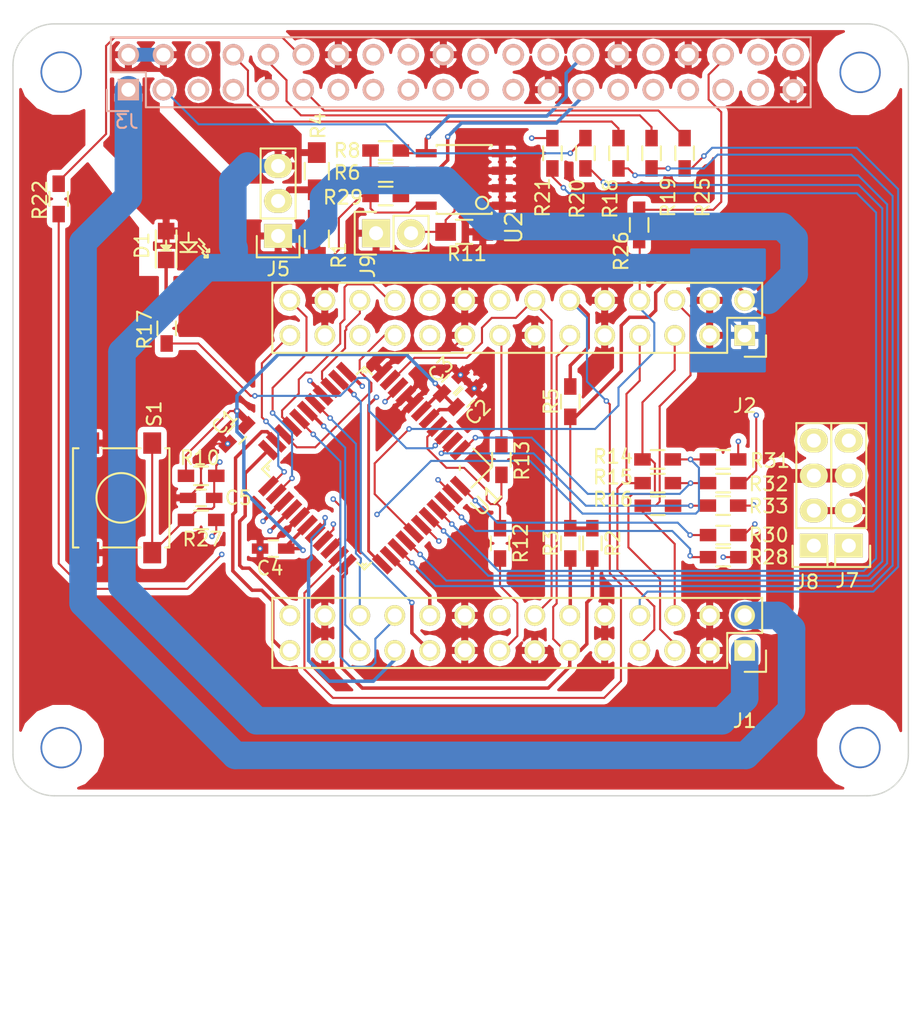
<source format=kicad_pcb>
(kicad_pcb (version 4) (host pcbnew 4.0.4-stable)
  (layers (0 F.Cu signal) (1 In1.Cu signal) (2 In2.Cu signal hide) (31 B.Cu signal) (34 B.Paste user) (35 F.Paste user) (36 B.SilkS user hide) (37 F.SilkS user) (38 B.Mask user) (39 F.Mask user) (44 Edge.Cuts user))
  (net 0 "")
  (net 1 GND)
  (net 2 /SYSMCU_RESET)
  (net 3 /SPI_MISO_r)
  (net 4 /SPI_SCLK_r)
  (net 5 /SPI_MOSI_r)
  (net 6 /SPI_CS_M0)
  (net 7 /I2C_SDA)
  (net 8 /I2C_SCL_M0)
  (net 9 /RESETN)
  (net 10 /SYSCLKH_M0)
  (net 11 /M0P0)
  (net 12 /M0P1)
  (net 13 /M0D0)
  (net 14 /M0D1)
  (net 15 /M0D2)
  (net 16 /M0D3)
  (net 17 /M0A0)
  (net 18 /M0A1)
  (net 19 /SPI_CS_M1)
  (net 20 /I2C_SCL_M1)
  (net 21 /SYSCLKH_M1)
  (net 22 /M1P0)
  (net 23 /M1P1)
  (net 24 /M1D0)
  (net 25 /M1D1)
  (net 26 /M1D2)
  (net 27 /M1D3)
  (net 28 /M1A0)
  (net 29 /M1A1)
  (net 30 /SYSMCU_D0_r)
  (net 31 /SYSMCU_D1_r)
  (net 32 /SYSMCU_UART_RX_r)
  (net 33 /SYSMCU_UART_TX_r)
  (net 34 /SPI_CS_M0_r)
  (net 35 /SYSMCU_SPI_CS_r)
  (net 36 /SYSMCU_SWD_CLK_r)
  (net 37 /SYSMCU_RESET_r)
  (net 38 /SYSMCU_SWD_DIO_r)
  (net 39 /ID_SD_EEPROM)
  (net 40 /ID_SC_EEPROM)
  (net 41 /SPI_CS_M1_r)
  (net 42 /SA0)
  (net 43 /SA1)
  (net 44 /EP_WP)
  (net 45 /SYSCLKH)
  (net 46 /SPI_MISO)
  (net 47 /SPI_MOSI)
  (net 48 /SPI_SCLK)
  (net 49 /SYSMCU_LED0)
  (net 50 /SYSMCU_UART_RX)
  (net 51 /SYSMCU_UART_TX)
  (net 52 /SYSMCU_D0)
  (net 53 /SYSMCU_D1)
  (net 54 /SYSMCU_SPI_CS)
  (net 55 /SYSMCU_SWD_CLK)
  (net 56 /SYSMCU_SWD_DIO)
  (net 57 VDD)
  (net 58 /SPI_MISO_rb)
  (net 59 /SPI_MOSI_rb)
  (net 60 /SPI_SCLK_rb)
  (net 61 /P3V3)
  (net 62 "Net-(D1-Pad1)")
  (net 63 /P5V)
  (module Capacitors_SMD:C_0603_HandSoldering (layer F.Cu) (at 94.8 90.6 225)
    (fp_text reference C1 (at 0 1.272792 225) (layer F.SilkS))
    (fp_text value 3.3uF)
    (pad 1 smd rect (at -0.95 0 225) (size 1.2 0.75) (layers F.Cu F.Paste F.Mask) (net 57 VDD))
    (pad 2 smd rect (at 0.95 0 225) (size 1.2 0.75) (layers F.Cu F.Paste F.Mask) (net 1 GND))
  )
  (module Capacitors_SMD:C_0603_HandSoldering (layer F.Cu) (at 111.35 87.93 45)
    (fp_text reference C2 (at -0.084853 1.428356 45) (layer F.SilkS))
    (fp_text value 0.1uF)
    (pad 1 smd rect (at -0.95 0 45) (size 1.2 0.75) (layers F.Cu F.Paste F.Mask) (net 57 VDD))
    (pad 2 smd rect (at 0.95 0 45) (size 1.2 0.75) (layers F.Cu F.Paste F.Mask) (net 1 GND))
  )
  (module Capacitors_SMD:C_0603_HandSoldering (layer F.Cu) (at 110.36 86.95 45)
    (fp_text reference C3 (at 0.205061 -1.279863 45) (layer F.SilkS))
    (fp_text value 0.1uF)
    (pad 1 smd rect (at -0.95 0 45) (size 1.2 0.75) (layers F.Cu F.Paste F.Mask) (net 57 VDD))
    (pad 2 smd rect (at 0.95 0 45) (size 1.2 0.75) (layers F.Cu F.Paste F.Mask) (net 1 GND))
  )
  (module Capacitors_SMD:C_0603_HandSoldering (layer F.Cu) (at 97.43 98.88 180)
    (fp_text reference C4 (at 0.23 -1.42 180) (layer F.SilkS))
    (fp_text value 0.1uF)
    (pad 1 smd rect (at -0.95 0 180) (size 1.2 0.75) (layers F.Cu F.Paste F.Mask) (net 57 VDD))
    (pad 2 smd rect (at 0.95 0 180) (size 1.2 0.75) (layers F.Cu F.Paste F.Mask) (net 1 GND))
  )
  (module Capacitors_SMD:C_0603_HandSoldering (layer F.Cu) (at 92.2 95.2 180)
    (fp_text reference C5 (at -2.7 0 180) (layer F.SilkS))
    (fp_text value 0.1uF)
    (pad 1 smd rect (at -0.95 0 180) (size 1.2 0.75) (layers F.Cu F.Paste F.Mask) (net 2 /SYSMCU_RESET))
    (pad 2 smd rect (at 0.95 0 180) (size 1.2 0.75) (layers F.Cu F.Paste F.Mask) (net 1 GND))
  )
  (module proj_footprints:LED_0805 (layer F.Cu) (at 89.66 76.89 90)
    (fp_text reference D1 (at 0 -1.75 90) (layer F.SilkS))
    (fp_text value LTST-C171GKT)
    (pad 2 smd rect (at 1.04902 0 270) (size 1.19888 1.19888) (layers F.Cu F.Paste F.Mask) (net 61 /P3V3))
    (pad 1 smd rect (at -1.04902 0 270) (size 1.19888 1.19888) (layers F.Cu F.Paste F.Mask) (net 62 "Net-(D1-Pad1)"))
  )
  (module proj_footprints:Socket_Strip_Straight_2x20_small_pads (layer B.Cu) (at 86.92 65.59)
    (fp_text reference J3 (at -0.12 2.31) (layer B.SilkS) (effects (justify mirror)))
    (fp_text value OX40HAT)
    (pad 1 thru_hole rect (at 0 0) (size 1.55 1.55) (drill 1.016) (layers *.Cu *.Mask B.SilkS) (net 61 /P3V3))
    (pad 2 thru_hole oval (at 0 -2.54) (size 1.55 1.55) (drill 1.016) (layers *.Cu *.Mask B.SilkS) (net 63 /P5V))
    (pad 3 thru_hole oval (at 2.54 0) (size 1.55 1.55) (drill 1.016) (layers *.Cu *.Mask B.SilkS) (net 30 /SYSMCU_D0_r))
    (pad 4 thru_hole oval (at 2.54 -2.54) (size 1.55 1.55) (drill 1.016) (layers *.Cu *.Mask B.SilkS) (net 63 /P5V))
    (pad 5 thru_hole oval (at 5.08 0) (size 1.55 1.55) (drill 1.016) (layers *.Cu *.Mask B.SilkS) (net 31 /SYSMCU_D1_r))
    (pad 6 thru_hole oval (at 5.08 -2.54) (size 1.55 1.55) (drill 1.016) (layers *.Cu *.Mask B.SilkS) (net 1 GND))
    (pad 7 thru_hole oval (at 7.62 0) (size 1.55 1.55) (drill 1.016) (layers *.Cu *.Mask B.SilkS))
    (pad 8 thru_hole oval (at 7.62 -2.54) (size 1.55 1.55) (drill 1.016) (layers *.Cu *.Mask B.SilkS) (net 32 /SYSMCU_UART_RX_r))
    (pad 9 thru_hole oval (at 10.16 0) (size 1.55 1.55) (drill 1.016) (layers *.Cu *.Mask B.SilkS) (net 1 GND))
    (pad 10 thru_hole oval (at 10.16 -2.54) (size 1.55 1.55) (drill 1.016) (layers *.Cu *.Mask B.SilkS) (net 33 /SYSMCU_UART_TX_r))
    (pad 11 thru_hole oval (at 12.7 0) (size 1.55 1.55) (drill 1.016) (layers *.Cu *.Mask B.SilkS) (net 34 /SPI_CS_M0_r))
    (pad 12 thru_hole oval (at 12.7 -2.54) (size 1.55 1.55) (drill 1.016) (layers *.Cu *.Mask B.SilkS) (net 35 /SYSMCU_SPI_CS_r))
    (pad 13 thru_hole oval (at 15.24 0) (size 1.55 1.55) (drill 1.016) (layers *.Cu *.Mask B.SilkS))
    (pad 14 thru_hole oval (at 15.24 -2.54) (size 1.55 1.55) (drill 1.016) (layers *.Cu *.Mask B.SilkS) (net 1 GND))
    (pad 15 thru_hole oval (at 17.78 0) (size 1.55 1.55) (drill 1.016) (layers *.Cu *.Mask B.SilkS))
    (pad 16 thru_hole oval (at 17.78 -2.54) (size 1.55 1.55) (drill 1.016) (layers *.Cu *.Mask B.SilkS))
    (pad 17 thru_hole oval (at 20.32 0) (size 1.55 1.55) (drill 1.016) (layers *.Cu *.Mask B.SilkS))
    (pad 18 thru_hole oval (at 20.32 -2.54) (size 1.55 1.55) (drill 1.016) (layers *.Cu *.Mask B.SilkS))
    (pad 19 thru_hole oval (at 22.86 0) (size 1.55 1.55) (drill 1.016) (layers *.Cu *.Mask B.SilkS))
    (pad 20 thru_hole oval (at 22.86 -2.54) (size 1.55 1.55) (drill 1.016) (layers *.Cu *.Mask B.SilkS) (net 1 GND))
    (pad 21 thru_hole oval (at 25.4 0) (size 1.55 1.55) (drill 1.016) (layers *.Cu *.Mask B.SilkS))
    (pad 22 thru_hole oval (at 25.4 -2.54) (size 1.55 1.55) (drill 1.016) (layers *.Cu *.Mask B.SilkS) (net 36 /SYSMCU_SWD_CLK_r))
    (pad 23 thru_hole oval (at 27.94 0) (size 1.55 1.55) (drill 1.016) (layers *.Cu *.Mask B.SilkS))
    (pad 24 thru_hole oval (at 27.94 -2.54) (size 1.55 1.55) (drill 1.016) (layers *.Cu *.Mask B.SilkS) (net 37 /SYSMCU_RESET_r))
    (pad 25 thru_hole oval (at 30.48 0) (size 1.55 1.55) (drill 1.016) (layers *.Cu *.Mask B.SilkS) (net 1 GND))
    (pad 26 thru_hole oval (at 30.48 -2.54) (size 1.55 1.55) (drill 1.016) (layers *.Cu *.Mask B.SilkS) (net 38 /SYSMCU_SWD_DIO_r))
    (pad 27 thru_hole oval (at 33.02 0) (size 1.55 1.55) (drill 1.016) (layers *.Cu *.Mask B.SilkS) (net 39 /ID_SD_EEPROM))
    (pad 28 thru_hole oval (at 33.02 -2.54) (size 1.55 1.55) (drill 1.016) (layers *.Cu *.Mask B.SilkS) (net 40 /ID_SC_EEPROM))
    (pad 29 thru_hole oval (at 35.56 0) (size 1.55 1.55) (drill 1.016) (layers *.Cu *.Mask B.SilkS))
    (pad 30 thru_hole oval (at 35.56 -2.54) (size 1.55 1.55) (drill 1.016) (layers *.Cu *.Mask B.SilkS) (net 1 GND))
    (pad 31 thru_hole oval (at 38.1 0) (size 1.55 1.55) (drill 1.016) (layers *.Cu *.Mask B.SilkS))
    (pad 32 thru_hole oval (at 38.1 -2.54) (size 1.55 1.55) (drill 1.016) (layers *.Cu *.Mask B.SilkS))
    (pad 33 thru_hole oval (at 40.64 0) (size 1.55 1.55) (drill 1.016) (layers *.Cu *.Mask B.SilkS))
    (pad 34 thru_hole oval (at 40.64 -2.54) (size 1.55 1.55) (drill 1.016) (layers *.Cu *.Mask B.SilkS) (net 1 GND))
    (pad 35 thru_hole oval (at 43.18 0) (size 1.55 1.55) (drill 1.016) (layers *.Cu *.Mask B.SilkS) (net 58 /SPI_MISO_rb))
    (pad 36 thru_hole oval (at 43.18 -2.54) (size 1.55 1.55) (drill 1.016) (layers *.Cu *.Mask B.SilkS) (net 41 /SPI_CS_M1_r))
    (pad 37 thru_hole oval (at 45.72 0) (size 1.55 1.55) (drill 1.016) (layers *.Cu *.Mask B.SilkS))
    (pad 38 thru_hole oval (at 45.72 -2.54) (size 1.55 1.55) (drill 1.016) (layers *.Cu *.Mask B.SilkS) (net 59 /SPI_MOSI_rb))
    (pad 39 thru_hole oval (at 48.26 0) (size 1.55 1.55) (drill 1.016) (layers *.Cu *.Mask B.SilkS) (net 1 GND))
    (pad 40 thru_hole oval (at 48.26 -2.54) (size 1.55 1.55) (drill 1.016) (layers *.Cu *.Mask B.SilkS) (net 60 /SPI_SCLK_rb))
  )
  (module Pin_Headers:Pin_Header_Straight_1x03 (layer F.Cu) (at 97.79 76.2 180)
    (fp_text reference J5 (at -0.01 -2.4 180) (layer F.SilkS))
    (fp_text value CONN_01X03)
    (pad 1 thru_hole rect (at 0 0 180) (size 2.032 1.7272) (drill 1.016) (layers *.Cu *.Mask F.SilkS) (net 61 /P3V3))
    (pad 2 thru_hole oval (at 0 2.54 180) (size 2.032 1.7272) (drill 1.016) (layers *.Cu *.Mask F.SilkS) (net 57 VDD))
    (pad 3 thru_hole oval (at 0 5.08 180) (size 2.032 1.7272) (drill 1.016) (layers *.Cu *.Mask F.SilkS) (net 63 /P5V))
  )
  (module Pin_Headers:Pin_Header_Straight_1x04 (layer F.Cu) (at 139.22 98.665 180)
    (fp_text reference J7 (at 0.12 -2.535 180) (layer F.SilkS))
    (fp_text value CONN_01X04)
    (pad 1 thru_hole rect (at 0 0 180) (size 2.032 1.7272) (drill 1.016) (layers *.Cu *.Mask F.SilkS) (net 42 /SA0))
    (pad 2 thru_hole oval (at 0 2.54 180) (size 2.032 1.7272) (drill 1.016) (layers *.Cu *.Mask F.SilkS) (net 1 GND))
    (pad 3 thru_hole oval (at 0 5.08 180) (size 2.032 1.7272) (drill 1.016) (layers *.Cu *.Mask F.SilkS) (net 61 /P3V3))
    (pad 4 thru_hole oval (at 0 7.62 180) (size 2.032 1.7272) (drill 1.016) (layers *.Cu *.Mask F.SilkS) (net 63 /P5V))
  )
  (module Pin_Headers:Pin_Header_Straight_1x04 (layer F.Cu) (at 136.68 98.665 180)
    (fp_text reference J8 (at 0.48 -2.635 180) (layer F.SilkS))
    (fp_text value CONN_01X04)
    (pad 1 thru_hole rect (at 0 0 180) (size 2.032 1.7272) (drill 1.016) (layers *.Cu *.Mask F.SilkS) (net 43 /SA1))
    (pad 2 thru_hole oval (at 0 2.54 180) (size 2.032 1.7272) (drill 1.016) (layers *.Cu *.Mask F.SilkS) (net 1 GND))
    (pad 3 thru_hole oval (at 0 5.08 180) (size 2.032 1.7272) (drill 1.016) (layers *.Cu *.Mask F.SilkS) (net 61 /P3V3))
    (pad 4 thru_hole oval (at 0 7.62 180) (size 2.032 1.7272) (drill 1.016) (layers *.Cu *.Mask F.SilkS) (net 63 /P5V))
  )
  (module Pin_Headers:Pin_Header_Straight_1x02 (layer F.Cu) (at 104.9 76 90)
    (fp_text reference J9 (at -2.4 -0.6 90) (layer F.SilkS))
    (fp_text value CONN_01X02)
    (pad 1 thru_hole rect (at 0 0 90) (size 2.032 2.032) (drill 1.016) (layers *.Cu *.Mask F.SilkS) (net 1 GND))
    (pad 2 thru_hole oval (at 0 2.54 90) (size 2.032 2.032) (drill 1.016) (layers *.Cu *.Mask F.SilkS) (net 44 /EP_WP))
  )
  (module Resistors_SMD:R_0805_HandSoldering (layer F.Cu) (at 100.6 76.4 90)
    (fp_text reference R1 (at -1.2 1.6 90) (layer F.SilkS))
    (fp_text value 0)
    (pad 1 smd rect (at -1.35 0 90) (size 1.5 1.3) (layers F.Cu F.Paste F.Mask) (net 61 /P3V3))
    (pad 2 smd rect (at 1.35 0 90) (size 1.5 1.3) (layers F.Cu F.Paste F.Mask) (net 57 VDD))
  )
  (module Resistors_SMD:R_0603_HandSoldering (layer F.Cu) (at 120.6 98.5 270)
    (fp_text reference R2 (at 0 -1.5 270) (layer F.SilkS))
    (fp_text value 4.7K)
    (pad 1 smd rect (at -1.1 0 270) (size 1.2 0.9) (layers F.Cu F.Paste F.Mask) (net 61 /P3V3))
    (pad 2 smd rect (at 1.1 0 270) (size 1.2 0.9) (layers F.Cu F.Paste F.Mask) (net 7 /I2C_SDA))
  )
  (module Resistors_SMD:R_0603_HandSoldering (layer F.Cu) (at 119 98.5 270)
    (fp_text reference R3 (at 0 1.4 270) (layer F.SilkS))
    (fp_text value 4.7K)
    (pad 1 smd rect (at -1.1 0 270) (size 1.2 0.9) (layers F.Cu F.Paste F.Mask) (net 61 /P3V3))
    (pad 2 smd rect (at 1.1 0 270) (size 1.2 0.9) (layers F.Cu F.Paste F.Mask) (net 8 /I2C_SCL_M0))
  )
  (module Resistors_SMD:R_0805_HandSoldering (layer F.Cu) (at 100.6 71.5 270)
    (fp_text reference R4 (at -3.3 -0.1 270) (layer F.SilkS))
    (fp_text value DNP)
    (pad 1 smd rect (at -1.35 0 270) (size 1.5 1.3) (layers F.Cu F.Paste F.Mask) (net 63 /P5V))
    (pad 2 smd rect (at 1.35 0 270) (size 1.5 1.3) (layers F.Cu F.Paste F.Mask) (net 57 VDD))
  )
  (module Resistors_SMD:R_0603_HandSoldering (layer F.Cu) (at 119 88.22 90)
    (fp_text reference R5 (at 0.02 -1.4 90) (layer F.SilkS))
    (fp_text value 4.7K)
    (pad 1 smd rect (at -1.1 0 90) (size 1.2 0.9) (layers F.Cu F.Paste F.Mask) (net 61 /P3V3))
    (pad 2 smd rect (at 1.1 0 90) (size 1.2 0.9) (layers F.Cu F.Paste F.Mask) (net 20 /I2C_SCL_M1))
  )
  (module Resistors_SMD:R_0603_HandSoldering (layer F.Cu) (at 105.6 71.6)
    (fp_text reference R6 (at -2.8 0) (layer F.SilkS))
    (fp_text value 3.9K)
    (pad 1 smd rect (at -1.1 0) (size 1.2 0.9) (layers F.Cu F.Paste F.Mask) (net 61 /P3V3))
    (pad 2 smd rect (at 1.1 0) (size 1.2 0.9) (layers F.Cu F.Paste F.Mask) (net 39 /ID_SD_EEPROM))
  )
  (module Resistors_SMD:R_0603_HandSoldering (layer F.Cu) (at 105.6 70)
    (fp_text reference R8 (at -2.8 0) (layer F.SilkS))
    (fp_text value 3.9K)
    (pad 1 smd rect (at -1.1 0) (size 1.2 0.9) (layers F.Cu F.Paste F.Mask) (net 61 /P3V3))
    (pad 2 smd rect (at 1.1 0) (size 1.2 0.9) (layers F.Cu F.Paste F.Mask) (net 40 /ID_SC_EEPROM))
  )
  (module Resistors_SMD:R_0603_HandSoldering (layer F.Cu) (at 92.2 93.6 180)
    (fp_text reference R10 (at 0.1 1.3 180) (layer F.SilkS))
    (fp_text value 10K)
    (pad 1 smd rect (at -1.1 0 180) (size 1.2 0.9) (layers F.Cu F.Paste F.Mask) (net 2 /SYSMCU_RESET))
    (pad 2 smd rect (at 1.1 0 180) (size 1.2 0.9) (layers F.Cu F.Paste F.Mask) (net 57 VDD))
  )
  (module Resistors_SMD:R_0805_HandSoldering (layer F.Cu) (at 111.3 75.9)
    (fp_text reference R11 (at 0.2 1.6) (layer F.SilkS))
    (fp_text value DNP)
    (pad 1 smd rect (at -1.35 0) (size 1.5 1.3) (layers F.Cu F.Paste F.Mask) (net 44 /EP_WP))
    (pad 2 smd rect (at 1.35 0) (size 1.5 1.3) (layers F.Cu F.Paste F.Mask) (net 1 GND))
  )
  (module Resistors_SMD:R_0603_HandSoldering (layer F.Cu) (at 113.9 98.5 90)
    (fp_text reference R12 (at 0 1.5 90) (layer F.SilkS))
    (fp_text value 22)
    (pad 1 smd rect (at -1.1 0 90) (size 1.2 0.9) (layers F.Cu F.Paste F.Mask) (net 10 /SYSCLKH_M0))
    (pad 2 smd rect (at 1.1 0 90) (size 1.2 0.9) (layers F.Cu F.Paste F.Mask) (net 45 /SYSCLKH))
  )
  (module Resistors_SMD:R_0603_HandSoldering (layer F.Cu) (at 114 92.43 270)
    (fp_text reference R13 (at 0.07 -1.5 270) (layer F.SilkS))
    (fp_text value 22)
    (pad 1 smd rect (at -1.1 0 270) (size 1.2 0.9) (layers F.Cu F.Paste F.Mask) (net 21 /SYSCLKH_M1))
    (pad 2 smd rect (at 1.1 0 270) (size 1.2 0.9) (layers F.Cu F.Paste F.Mask) (net 45 /SYSCLKH))
  )
  (module Resistors_SMD:R_0603_HandSoldering (layer F.Cu) (at 125.34 92.41)
    (fp_text reference R14 (at -3.24 -0.21) (layer F.SilkS))
    (fp_text value 22)
    (pad 1 smd rect (at -1.1 0) (size 1.2 0.9) (layers F.Cu F.Paste F.Mask) (net 3 /SPI_MISO_r))
    (pad 2 smd rect (at 1.1 0) (size 1.2 0.9) (layers F.Cu F.Paste F.Mask) (net 46 /SPI_MISO))
  )
  (module Resistors_SMD:R_0603_HandSoldering (layer F.Cu) (at 125.35 94.13)
    (fp_text reference R15 (at -3.25 -0.43) (layer F.SilkS))
    (fp_text value 22)
    (pad 1 smd rect (at -1.1 0) (size 1.2 0.9) (layers F.Cu F.Paste F.Mask) (net 5 /SPI_MOSI_r))
    (pad 2 smd rect (at 1.1 0) (size 1.2 0.9) (layers F.Cu F.Paste F.Mask) (net 47 /SPI_MOSI))
  )
  (module Resistors_SMD:R_0603_HandSoldering (layer F.Cu) (at 125.36 95.77)
    (fp_text reference R16 (at -3.26 -0.47) (layer F.SilkS))
    (fp_text value 22)
    (pad 1 smd rect (at -1.1 0) (size 1.2 0.9) (layers F.Cu F.Paste F.Mask) (net 4 /SPI_SCLK_r))
    (pad 2 smd rect (at 1.1 0) (size 1.2 0.9) (layers F.Cu F.Paste F.Mask) (net 48 /SPI_SCLK))
  )
  (module Resistors_SMD:R_0603_HandSoldering (layer F.Cu) (at 89.7 82.9 270)
    (fp_text reference R17 (at 0.1 1.6 270) (layer F.SilkS))
    (fp_text value 100)
    (pad 1 smd rect (at -1.1 0 270) (size 1.2 0.9) (layers F.Cu F.Paste F.Mask) (net 62 "Net-(D1-Pad1)"))
    (pad 2 smd rect (at 1.1 0 270) (size 1.2 0.9) (layers F.Cu F.Paste F.Mask) (net 49 /SYSMCU_LED0))
  )
  (module Resistors_SMD:R_0603_HandSoldering (layer F.Cu) (at 122.5 70.2 90)
    (fp_text reference R18 (at -3.3 -0.6 90) (layer F.SilkS))
    (fp_text value 470)
    (pad 1 smd rect (at -1.1 0 90) (size 1.2 0.9) (layers F.Cu F.Paste F.Mask) (net 50 /SYSMCU_UART_RX))
    (pad 2 smd rect (at 1.1 0 90) (size 1.2 0.9) (layers F.Cu F.Paste F.Mask) (net 32 /SYSMCU_UART_RX_r))
  )
  (module Resistors_SMD:R_0603_HandSoldering (layer F.Cu) (at 124.9 70.2 90)
    (fp_text reference R19 (at -3.2 1.2 90) (layer F.SilkS))
    (fp_text value 470)
    (pad 1 smd rect (at -1.1 0 90) (size 1.2 0.9) (layers F.Cu F.Paste F.Mask) (net 51 /SYSMCU_UART_TX))
    (pad 2 smd rect (at 1.1 0 90) (size 1.2 0.9) (layers F.Cu F.Paste F.Mask) (net 33 /SYSMCU_UART_TX_r))
  )
  (module Resistors_SMD:R_0603_HandSoldering (layer F.Cu) (at 120.1 70.2 90)
    (fp_text reference R20 (at -3.3 -0.6 90) (layer F.SilkS))
    (fp_text value 470)
    (pad 1 smd rect (at -1.1 0 90) (size 1.2 0.9) (layers F.Cu F.Paste F.Mask) (net 52 /SYSMCU_D0))
    (pad 2 smd rect (at 1.1 0 90) (size 1.2 0.9) (layers F.Cu F.Paste F.Mask) (net 30 /SYSMCU_D0_r))
  )
  (module Resistors_SMD:R_0603_HandSoldering (layer F.Cu) (at 117.7 70.2 90)
    (fp_text reference R21 (at -3.2 -0.7 90) (layer F.SilkS))
    (fp_text value 470)
    (pad 1 smd rect (at -1.1 0 90) (size 1.2 0.9) (layers F.Cu F.Paste F.Mask) (net 53 /SYSMCU_D1))
    (pad 2 smd rect (at 1.1 0 90) (size 1.2 0.9) (layers F.Cu F.Paste F.Mask) (net 31 /SYSMCU_D1_r))
  )
  (module Resistors_SMD:R_0603_HandSoldering (layer F.Cu) (at 81.86 73.51 90)
    (fp_text reference R22 (at -0.09 -1.36 90) (layer F.SilkS))
    (fp_text value 470)
    (pad 1 smd rect (at -1.1 0 90) (size 1.2 0.9) (layers F.Cu F.Paste F.Mask) (net 54 /SYSMCU_SPI_CS))
    (pad 2 smd rect (at 1.1 0 90) (size 1.2 0.9) (layers F.Cu F.Paste F.Mask) (net 35 /SYSMCU_SPI_CS_r))
  )
  (module Resistors_SMD:R_0603_HandSoldering (layer F.Cu) (at 127.3 70.2 90)
    (fp_text reference R25 (at -3.2 1.3 90) (layer F.SilkS))
    (fp_text value 470)
    (pad 1 smd rect (at -1.1 0 90) (size 1.2 0.9) (layers F.Cu F.Paste F.Mask) (net 6 /SPI_CS_M0))
    (pad 2 smd rect (at 1.1 0 90) (size 1.2 0.9) (layers F.Cu F.Paste F.Mask) (net 34 /SPI_CS_M0_r))
  )
  (module Resistors_SMD:R_0603_HandSoldering (layer F.Cu) (at 124 75.4 90)
    (fp_text reference R26 (at -1.9 -1.3 90) (layer F.SilkS))
    (fp_text value 470)
    (pad 1 smd rect (at -1.1 0 90) (size 1.2 0.9) (layers F.Cu F.Paste F.Mask) (net 19 /SPI_CS_M1))
    (pad 2 smd rect (at 1.1 0 90) (size 1.2 0.9) (layers F.Cu F.Paste F.Mask) (net 41 /SPI_CS_M1_r))
  )
  (module Resistors_SMD:R_0603_HandSoldering (layer F.Cu) (at 92.2 96.8)
    (fp_text reference R27 (at 0.1 1.4) (layer F.SilkS))
    (fp_text value 470)
    (pad 1 smd rect (at -1.1 0) (size 1.2 0.9) (layers F.Cu F.Paste F.Mask) (net 2 /SYSMCU_RESET))
    (pad 2 smd rect (at 1.1 0) (size 1.2 0.9) (layers F.Cu F.Paste F.Mask) (net 37 /SYSMCU_RESET_r))
  )
  (module Resistors_SMD:R_0603_HandSoldering (layer F.Cu) (at 130.1 99.5)
    (fp_text reference R28 (at 3.3 0) (layer F.SilkS))
    (fp_text value 470)
    (pad 1 smd rect (at -1.1 0) (size 1.2 0.9) (layers F.Cu F.Paste F.Mask) (net 55 /SYSMCU_SWD_CLK))
    (pad 2 smd rect (at 1.1 0) (size 1.2 0.9) (layers F.Cu F.Paste F.Mask) (net 36 /SYSMCU_SWD_CLK_r))
  )
  (module Resistors_SMD:R_0603_HandSoldering (layer F.Cu) (at 105.6 73.3)
    (fp_text reference R29 (at -3.1 0.1) (layer F.SilkS))
    (fp_text value 10K)
    (pad 1 smd rect (at -1.1 0) (size 1.2 0.9) (layers F.Cu F.Paste F.Mask) (net 61 /P3V3))
    (pad 2 smd rect (at 1.1 0) (size 1.2 0.9) (layers F.Cu F.Paste F.Mask) (net 44 /EP_WP))
  )
  (module Resistors_SMD:R_0603_HandSoldering (layer F.Cu) (at 130.1 97.9)
    (fp_text reference R30 (at 3.3 0) (layer F.SilkS))
    (fp_text value 470)
    (pad 1 smd rect (at -1.1 0) (size 1.2 0.9) (layers F.Cu F.Paste F.Mask) (net 56 /SYSMCU_SWD_DIO))
    (pad 2 smd rect (at 1.1 0) (size 1.2 0.9) (layers F.Cu F.Paste F.Mask) (net 38 /SYSMCU_SWD_DIO_r))
  )
  (module Resistors_SMD:R_0603_HandSoldering (layer F.Cu) (at 130.09 92.41)
    (fp_text reference R31 (at 3.41 0.09) (layer F.SilkS))
    (fp_text value 470)
    (pad 1 smd rect (at -1.1 0) (size 1.2 0.9) (layers F.Cu F.Paste F.Mask) (net 46 /SPI_MISO))
    (pad 2 smd rect (at 1.1 0) (size 1.2 0.9) (layers F.Cu F.Paste F.Mask) (net 58 /SPI_MISO_rb))
  )
  (module Resistors_SMD:R_0603_HandSoldering (layer F.Cu) (at 130.1 94.13)
    (fp_text reference R32 (at 3.3 0.07) (layer F.SilkS))
    (fp_text value 470)
    (pad 1 smd rect (at -1.1 0) (size 1.2 0.9) (layers F.Cu F.Paste F.Mask) (net 47 /SPI_MOSI))
    (pad 2 smd rect (at 1.1 0) (size 1.2 0.9) (layers F.Cu F.Paste F.Mask) (net 59 /SPI_MOSI_rb))
  )
  (module Resistors_SMD:R_0603_HandSoldering (layer F.Cu) (at 130.09 95.76)
    (fp_text reference R33 (at 3.31 0.04) (layer F.SilkS))
    (fp_text value 470)
    (pad 1 smd rect (at -1.1 0) (size 1.2 0.9) (layers F.Cu F.Paste F.Mask) (net 48 /SPI_SCLK))
    (pad 2 smd rect (at 1.1 0) (size 1.2 0.9) (layers F.Cu F.Paste F.Mask) (net 60 /SPI_SCLK_rb))
  )
  (module proj_footprints:SMT_6MM_Tact_SW (layer F.Cu) (at 86.4 95.2 270)
    (fp_text reference S1 (at -6.1 -2.4 270) (layer F.SilkS))
    (fp_text value SW_PBTN_4PIN)
    (pad 2 smd rect (at 3.975 -2.25 270) (size 1.55 1.3) (layers F.Cu F.Paste F.Mask) (net 2 /SYSMCU_RESET))
    (pad 4 smd rect (at 3.975 2.25 270) (size 1.55 1.3) (layers F.Cu F.Paste F.Mask) (net 1 GND))
    (pad 3 smd rect (at -3.975 2.25 270) (size 1.55 1.3) (layers F.Cu F.Paste F.Mask) (net 1 GND))
    (pad 1 smd rect (at -3.975 -2.25 270) (size 1.55 1.3) (layers F.Cu F.Paste F.Mask) (net 2 /SYSMCU_RESET))
  )
  (module proj_footprints:LQFP_44 (layer F.Cu) (at 104.05 93.04 225)
    (fp_text reference U1 (at -4.589123 -7.926667 225) (layer F.SilkS) (effects (font (size 1.2 1.2))))
    (fp_text value KE02_44_LQFP)
    (pad 1 smd rect (at -5.85 -4 315) (size 0.56 1.6) (layers F.Cu F.Paste F.Mask) (net 47 /SPI_MOSI))
    (pad 2 smd rect (at -5.85 -3.2 315) (size 0.56 1.6) (layers F.Cu F.Paste F.Mask) (net 48 /SPI_SCLK))
    (pad 3 smd rect (at -5.85 -2.4 315) (size 0.56 1.6) (layers F.Cu F.Paste F.Mask) (net 49 /SYSMCU_LED0))
    (pad 4 smd rect (at -5.85 -1.6 315) (size 0.56 1.6) (layers F.Cu F.Paste F.Mask) (net 45 /SYSCLKH))
    (pad 5 smd rect (at -5.85 -0.8 315) (size 0.56 1.6) (layers F.Cu F.Paste F.Mask) (net 57 VDD))
    (pad 6 smd rect (at -5.85 0 315) (size 0.56 1.6) (layers F.Cu F.Paste F.Mask) (net 57 VDD))
    (pad 7 smd rect (at -5.85 0.8 315) (size 0.56 1.6) (layers F.Cu F.Paste F.Mask) (net 1 GND))
    (pad 8 smd rect (at -5.85 1.6 315) (size 0.56 1.6) (layers F.Cu F.Paste F.Mask) (net 1 GND))
    (pad 9 smd rect (at -5.85 2.4 315) (size 0.56 1.6) (layers F.Cu F.Paste F.Mask) (net 8 /I2C_SCL_M0))
    (pad 10 smd rect (at -5.85 3.2 315) (size 0.56 1.6) (layers F.Cu F.Paste F.Mask) (net 9 /RESETN))
    (pad 11 smd rect (at -5.85 4 315) (size 0.56 1.6) (layers F.Cu F.Paste F.Mask) (net 1 GND))
    (pad 12 smd rect (at -4 5.85 225) (size 0.56 1.6) (layers F.Cu F.Paste F.Mask) (net 22 /M1P0))
    (pad 13 smd rect (at -3.2 5.85 225) (size 0.56 1.6) (layers F.Cu F.Paste F.Mask) (net 11 /M0P0))
    (pad 14 smd rect (at -2.4 5.85 225) (size 0.56 1.6) (layers F.Cu F.Paste F.Mask) (net 27 /M1D3))
    (pad 15 smd rect (at -1.6 5.85 225) (size 0.56 1.6) (layers F.Cu F.Paste F.Mask) (net 26 /M1D2))
    (pad 16 smd rect (at -0.8 5.85 225) (size 0.56 1.6) (layers F.Cu F.Paste F.Mask) (net 16 /M0D3))
    (pad 17 smd rect (at 0 5.85 225) (size 0.56 1.6) (layers F.Cu F.Paste F.Mask) (net 15 /M0D2))
    (pad 18 smd rect (at 0.8 5.85 225) (size 0.56 1.6) (layers F.Cu F.Paste F.Mask) (net 14 /M0D1))
    (pad 19 smd rect (at 1.6 5.85 225) (size 0.56 1.6) (layers F.Cu F.Paste F.Mask) (net 25 /M1D1))
    (pad 20 smd rect (at 2.4 5.85 225) (size 0.56 1.6) (layers F.Cu F.Paste F.Mask) (net 24 /M1D0))
    (pad 21 smd rect (at 3.2 5.85 225) (size 0.56 1.6) (layers F.Cu F.Paste F.Mask) (net 17 /M0A0))
    (pad 22 smd rect (at 4 5.85 225) (size 0.56 1.6) (layers F.Cu F.Paste F.Mask) (net 18 /M0A1))
    (pad 23 smd rect (at 5.85 4 315) (size 0.56 1.6) (layers F.Cu F.Paste F.Mask) (net 28 /M1A0))
    (pad 24 smd rect (at 5.85 3.2 315) (size 0.56 1.6) (layers F.Cu F.Paste F.Mask) (net 29 /M1A1))
    (pad 25 smd rect (at 5.85 2.4 315) (size 0.56 1.6) (layers F.Cu F.Paste F.Mask) (net 43 /SA1))
    (pad 26 smd rect (at 5.85 1.6 315) (size 0.56 1.6) (layers F.Cu F.Paste F.Mask) (net 42 /SA0))
    (pad 27 smd rect (at 5.85 0.8 315) (size 0.56 1.6) (layers F.Cu F.Paste F.Mask) (net 1 GND))
    (pad 28 smd rect (at 5.85 0 315) (size 0.56 1.6) (layers F.Cu F.Paste F.Mask) (net 57 VDD))
    (pad 29 smd rect (at 5.85 -0.8 315) (size 0.56 1.6) (layers F.Cu F.Paste F.Mask) (net 13 /M0D0))
    (pad 30 smd rect (at 5.85 -1.6 315) (size 0.56 1.6) (layers F.Cu F.Paste F.Mask) (net 54 /SYSMCU_SPI_CS))
    (pad 31 smd rect (at 5.85 -2.4 315) (size 0.56 1.6) (layers F.Cu F.Paste F.Mask) (net 46 /SPI_MISO))
    (pad 32 smd rect (at 5.85 -3.2 315) (size 0.56 1.6) (layers F.Cu F.Paste F.Mask) (net 20 /I2C_SCL_M1))
    (pad 33 smd rect (at 5.85 -4 315) (size 0.56 1.6) (layers F.Cu F.Paste F.Mask) (net 7 /I2C_SDA))
    (pad 34 smd rect (at 4 -5.85 225) (size 0.56 1.6) (layers F.Cu F.Paste F.Mask) (net 23 /M1P1))
    (pad 35 smd rect (at 3.2 -5.85 225) (size 0.56 1.6) (layers F.Cu F.Paste F.Mask) (net 12 /M0P1))
    (pad 36 smd rect (at 2.4 -5.85 225) (size 0.56 1.6) (layers F.Cu F.Paste F.Mask) (net 51 /SYSMCU_UART_TX))
    (pad 37 smd rect (at 1.6 -5.85 225) (size 0.56 1.6) (layers F.Cu F.Paste F.Mask) (net 50 /SYSMCU_UART_RX))
    (pad 38 smd rect (at 0.8 -5.85 225) (size 0.56 1.6) (layers F.Cu F.Paste F.Mask) (net 19 /SPI_CS_M1))
    (pad 39 smd rect (at 0 -5.85 225) (size 0.56 1.6) (layers F.Cu F.Paste F.Mask) (net 6 /SPI_CS_M0))
    (pad 40 smd rect (at -0.8 -5.85 225) (size 0.56 1.6) (layers F.Cu F.Paste F.Mask) (net 52 /SYSMCU_D0))
    (pad 41 smd rect (at -1.6 -5.85 225) (size 0.56 1.6) (layers F.Cu F.Paste F.Mask) (net 53 /SYSMCU_D1))
    (pad 42 smd rect (at -2.4 -5.85 225) (size 0.56 1.6) (layers F.Cu F.Paste F.Mask) (net 55 /SYSMCU_SWD_CLK))
    (pad 43 smd rect (at -3.2 -5.85 225) (size 0.56 1.6) (layers F.Cu F.Paste F.Mask) (net 2 /SYSMCU_RESET))
    (pad 44 smd rect (at -4 -5.85 225) (size 0.56 1.6) (layers F.Cu F.Paste F.Mask) (net 56 /SYSMCU_SWD_DIO))
  )
  (module proj_footprints:SOIC-8 (layer F.Cu) (at 111.3 72.1 90)
    (fp_text reference U2 (at -3.5 3.6 270) (layer F.SilkS) (effects (font (size 1.2 1.2))))
    (fp_text value CAT24C32)
    (pad 8 smd rect (at -1.905 -2.76 90) (size 0.6 1.52) (layers F.Cu F.Paste F.Mask) (net 61 /P3V3))
    (pad 1 smd rect (at -1.905 2.76 90) (size 0.6 1.52) (layers F.Cu F.Paste F.Mask) (net 1 GND))
    (pad 7 smd rect (at -0.635 -2.76 90) (size 0.6 1.52) (layers F.Cu F.Paste F.Mask) (net 44 /EP_WP))
    (pad 2 smd rect (at -0.635 2.76 90) (size 0.6 1.52) (layers F.Cu F.Paste F.Mask) (net 1 GND))
    (pad 6 smd rect (at 0.635 -2.76 90) (size 0.6 1.52) (layers F.Cu F.Paste F.Mask) (net 39 /ID_SD_EEPROM))
    (pad 3 smd rect (at 0.635 2.76 90) (size 0.6 1.52) (layers F.Cu F.Paste F.Mask) (net 1 GND))
    (pad 5 smd rect (at 1.905 -2.76 90) (size 0.6 1.52) (layers F.Cu F.Paste F.Mask) (net 40 /ID_SC_EEPROM))
    (pad 4 smd rect (at 1.905 2.76 90) (size 0.6 1.52) (layers F.Cu F.Paste F.Mask) (net 1 GND))
  )
  (module proj_footprints:NPTH_3mm_ID (layer F.Cu) (at 82.04 113.32)
    (fp_text reference H3 (at 0.06 -0.02) (layer F.SilkS))
    (fp_text value 3mm_Mounting_Hole)
    (pad "" np_thru_hole circle (at 0 0) (size 3 3) (drill 2.75) (layers *.Cu *.Mask) (clearance 1.6))
  )
  (module proj_footprints:NPTH_3mm_ID (layer F.Cu) (at 140.03 113.31)
    (fp_text reference H4 (at -0.03 -0.11) (layer F.SilkS))
    (fp_text value 3mm_Mounting_Hole)
    (pad "" np_thru_hole circle (at 0 0) (size 3 3) (drill 2.75) (layers *.Cu *.Mask) (clearance 1.6))
  )
  (module proj_footprints:NPTH_3mm_ID (layer F.Cu) (at 140.04 64.33)
    (fp_text reference H2 (at -0.14 -0.03) (layer F.SilkS))
    (fp_text value 3mm_Mounting_Hole)
    (pad "" np_thru_hole circle (at 0 0) (size 3 3) (drill 2.75) (layers *.Cu *.Mask) (clearance 1.6))
  )
  (module proj_footprints:NPTH_3mm_ID (layer F.Cu) (at 82.04 64.31)
    (fp_text reference H1 (at 0.06 0.09) (layer F.SilkS))
    (fp_text value 3mm_Mounting_Hole)
    (pad "" np_thru_hole circle (at 0 0) (size 3 3) (drill 2.75) (layers *.Cu *.Mask) (clearance 1.6))
  )
  (module proj_footprints:Socket_Strip_Straight_2x14 (layer F.Cu) (at 131.66 106.27 180)
    (fp_text reference J1 (at 0 -5.1 180) (layer F.SilkS))
    (fp_text value OX28)
    (pad 1 thru_hole rect (at 0 0 180) (size 1.5 1.5) (drill 1.016) (layers *.Cu *.Mask F.SilkS) (net 63 /P5V))
    (pad 2 thru_hole oval (at 0 2.54 180) (size 1.5 1.5) (drill 1.016) (layers *.Cu *.Mask F.SilkS) (net 61 /P3V3))
    (pad 3 thru_hole oval (at 2.54 0 180) (size 1.5 1.5) (drill 1.016) (layers *.Cu *.Mask F.SilkS) (net 1 GND))
    (pad 4 thru_hole oval (at 2.54 2.54 180) (size 1.5 1.5) (drill 1.016) (layers *.Cu *.Mask F.SilkS) (net 1 GND))
    (pad 5 thru_hole oval (at 5.08 0 180) (size 1.5 1.5) (drill 1.016) (layers *.Cu *.Mask F.SilkS) (net 3 /SPI_MISO_r))
    (pad 6 thru_hole oval (at 5.08 2.54 180) (size 1.5 1.5) (drill 1.016) (layers *.Cu *.Mask F.SilkS) (net 4 /SPI_SCLK_r))
    (pad 7 thru_hole oval (at 7.62 0 180) (size 1.5 1.5) (drill 1.016) (layers *.Cu *.Mask F.SilkS) (net 5 /SPI_MOSI_r))
    (pad 8 thru_hole oval (at 7.62 2.54 180) (size 1.5 1.5) (drill 1.016) (layers *.Cu *.Mask F.SilkS) (net 6 /SPI_CS_M0))
    (pad 9 thru_hole oval (at 10.16 0 180) (size 1.5 1.5) (drill 1.016) (layers *.Cu *.Mask F.SilkS) (net 1 GND))
    (pad 10 thru_hole oval (at 10.16 2.54 180) (size 1.5 1.5) (drill 1.016) (layers *.Cu *.Mask F.SilkS) (net 1 GND))
    (pad 11 thru_hole oval (at 12.7 0 180) (size 1.5 1.5) (drill 1.016) (layers *.Cu *.Mask F.SilkS) (net 7 /I2C_SDA))
    (pad 12 thru_hole oval (at 12.7 2.54 180) (size 1.5 1.5) (drill 1.016) (layers *.Cu *.Mask F.SilkS) (net 8 /I2C_SCL_M0))
    (pad 13 thru_hole oval (at 15.24 0 180) (size 1.5 1.5) (drill 1.016) (layers *.Cu *.Mask F.SilkS) (net 1 GND))
    (pad 14 thru_hole oval (at 15.24 2.54 180) (size 1.5 1.5) (drill 1.016) (layers *.Cu *.Mask F.SilkS) (net 9 /RESETN))
    (pad 15 thru_hole oval (at 17.78 0 180) (size 1.5 1.5) (drill 1.016) (layers *.Cu *.Mask F.SilkS) (net 10 /SYSCLKH_M0))
    (pad 16 thru_hole oval (at 17.78 2.54 180) (size 1.5 1.5) (drill 1.016) (layers *.Cu *.Mask F.SilkS))
    (pad 17 thru_hole oval (at 20.32 0 180) (size 1.5 1.5) (drill 1.016) (layers *.Cu *.Mask F.SilkS) (net 1 GND))
    (pad 18 thru_hole oval (at 20.32 2.54 180) (size 1.5 1.5) (drill 1.016) (layers *.Cu *.Mask F.SilkS) (net 1 GND))
    (pad 19 thru_hole oval (at 22.86 0 180) (size 1.5 1.5) (drill 1.016) (layers *.Cu *.Mask F.SilkS) (net 11 /M0P0))
    (pad 20 thru_hole oval (at 22.86 2.54 180) (size 1.5 1.5) (drill 1.016) (layers *.Cu *.Mask F.SilkS) (net 12 /M0P1))
    (pad 21 thru_hole oval (at 25.4 0 180) (size 1.5 1.5) (drill 1.016) (layers *.Cu *.Mask F.SilkS) (net 13 /M0D0))
    (pad 22 thru_hole oval (at 25.4 2.54 180) (size 1.5 1.5) (drill 1.016) (layers *.Cu *.Mask F.SilkS) (net 14 /M0D1))
    (pad 23 thru_hole oval (at 27.94 0 180) (size 1.5 1.5) (drill 1.016) (layers *.Cu *.Mask F.SilkS) (net 15 /M0D2))
    (pad 24 thru_hole oval (at 27.94 2.54 180) (size 1.5 1.5) (drill 1.016) (layers *.Cu *.Mask F.SilkS) (net 16 /M0D3))
    (pad 25 thru_hole oval (at 30.48 0 180) (size 1.5 1.5) (drill 1.016) (layers *.Cu *.Mask F.SilkS) (net 1 GND))
    (pad 26 thru_hole oval (at 30.48 2.54 180) (size 1.5 1.5) (drill 1.016) (layers *.Cu *.Mask F.SilkS) (net 1 GND))
    (pad 27 thru_hole oval (at 33.02 0 180) (size 1.5 1.5) (drill 1.016) (layers *.Cu *.Mask F.SilkS) (net 17 /M0A0))
    (pad 28 thru_hole oval (at 33.02 2.54 180) (size 1.5 1.5) (drill 1.016) (layers *.Cu *.Mask F.SilkS) (net 18 /M0A1))
  )
  (module proj_footprints:Socket_Strip_Straight_2x14 (layer F.Cu) (at 131.66 83.41 180)
    (fp_text reference J2 (at 0 -5.1 180) (layer F.SilkS))
    (fp_text value OX28)
    (pad 1 thru_hole rect (at 0 0 180) (size 1.5 1.5) (drill 1.016) (layers *.Cu *.Mask F.SilkS) (net 63 /P5V))
    (pad 2 thru_hole oval (at 0 2.54 180) (size 1.5 1.5) (drill 1.016) (layers *.Cu *.Mask F.SilkS) (net 61 /P3V3))
    (pad 3 thru_hole oval (at 2.54 0 180) (size 1.5 1.5) (drill 1.016) (layers *.Cu *.Mask F.SilkS) (net 1 GND))
    (pad 4 thru_hole oval (at 2.54 2.54 180) (size 1.5 1.5) (drill 1.016) (layers *.Cu *.Mask F.SilkS) (net 1 GND))
    (pad 5 thru_hole oval (at 5.08 0 180) (size 1.5 1.5) (drill 1.016) (layers *.Cu *.Mask F.SilkS) (net 3 /SPI_MISO_r))
    (pad 6 thru_hole oval (at 5.08 2.54 180) (size 1.5 1.5) (drill 1.016) (layers *.Cu *.Mask F.SilkS) (net 4 /SPI_SCLK_r))
    (pad 7 thru_hole oval (at 7.62 0 180) (size 1.5 1.5) (drill 1.016) (layers *.Cu *.Mask F.SilkS) (net 5 /SPI_MOSI_r))
    (pad 8 thru_hole oval (at 7.62 2.54 180) (size 1.5 1.5) (drill 1.016) (layers *.Cu *.Mask F.SilkS) (net 19 /SPI_CS_M1))
    (pad 9 thru_hole oval (at 10.16 0 180) (size 1.5 1.5) (drill 1.016) (layers *.Cu *.Mask F.SilkS) (net 1 GND))
    (pad 10 thru_hole oval (at 10.16 2.54 180) (size 1.5 1.5) (drill 1.016) (layers *.Cu *.Mask F.SilkS) (net 1 GND))
    (pad 11 thru_hole oval (at 12.7 0 180) (size 1.5 1.5) (drill 1.016) (layers *.Cu *.Mask F.SilkS) (net 7 /I2C_SDA))
    (pad 12 thru_hole oval (at 12.7 2.54 180) (size 1.5 1.5) (drill 1.016) (layers *.Cu *.Mask F.SilkS) (net 20 /I2C_SCL_M1))
    (pad 13 thru_hole oval (at 15.24 0 180) (size 1.5 1.5) (drill 1.016) (layers *.Cu *.Mask F.SilkS) (net 1 GND))
    (pad 14 thru_hole oval (at 15.24 2.54 180) (size 1.5 1.5) (drill 1.016) (layers *.Cu *.Mask F.SilkS) (net 9 /RESETN))
    (pad 15 thru_hole oval (at 17.78 0 180) (size 1.5 1.5) (drill 1.016) (layers *.Cu *.Mask F.SilkS) (net 21 /SYSCLKH_M1))
    (pad 16 thru_hole oval (at 17.78 2.54 180) (size 1.5 1.5) (drill 1.016) (layers *.Cu *.Mask F.SilkS))
    (pad 17 thru_hole oval (at 20.32 0 180) (size 1.5 1.5) (drill 1.016) (layers *.Cu *.Mask F.SilkS) (net 1 GND))
    (pad 18 thru_hole oval (at 20.32 2.54 180) (size 1.5 1.5) (drill 1.016) (layers *.Cu *.Mask F.SilkS) (net 1 GND))
    (pad 19 thru_hole oval (at 22.86 0 180) (size 1.5 1.5) (drill 1.016) (layers *.Cu *.Mask F.SilkS) (net 22 /M1P0))
    (pad 20 thru_hole oval (at 22.86 2.54 180) (size 1.5 1.5) (drill 1.016) (layers *.Cu *.Mask F.SilkS) (net 23 /M1P1))
    (pad 21 thru_hole oval (at 25.4 0 180) (size 1.5 1.5) (drill 1.016) (layers *.Cu *.Mask F.SilkS) (net 24 /M1D0))
    (pad 22 thru_hole oval (at 25.4 2.54 180) (size 1.5 1.5) (drill 1.016) (layers *.Cu *.Mask F.SilkS) (net 25 /M1D1))
    (pad 23 thru_hole oval (at 27.94 0 180) (size 1.5 1.5) (drill 1.016) (layers *.Cu *.Mask F.SilkS) (net 26 /M1D2))
    (pad 24 thru_hole oval (at 27.94 2.54 180) (size 1.5 1.5) (drill 1.016) (layers *.Cu *.Mask F.SilkS) (net 27 /M1D3))
    (pad 25 thru_hole oval (at 30.48 0 180) (size 1.5 1.5) (drill 1.016) (layers *.Cu *.Mask F.SilkS) (net 1 GND))
    (pad 26 thru_hole oval (at 30.48 2.54 180) (size 1.5 1.5) (drill 1.016) (layers *.Cu *.Mask F.SilkS) (net 1 GND))
    (pad 27 thru_hole oval (at 33.02 0 180) (size 1.5 1.5) (drill 1.016) (layers *.Cu *.Mask F.SilkS) (net 28 /M1A0))
    (pad 28 thru_hole oval (at 33.02 2.54 180) (size 1.5 1.5) (drill 1.016) (layers *.Cu *.Mask F.SilkS) (net 29 /M1A1))
  )
  (gr_arc (start 140.542348 113.813117) (end 140.542348 116.813117) (angle -90) (layer Edge.Cuts) (width 0.1))
  (gr_line (start 81.542348 116.813117) (end 140.542348 116.813117) (layer Edge.Cuts) (width 0.1))
  (gr_arc (start 81.542348 113.813117) (end 78.542348 113.813117) (angle -90) (layer Edge.Cuts) (width 0.1))
  (gr_line (start 78.542348 63.813117) (end 78.542348 113.813117) (layer Edge.Cuts) (width 0.1))
  (gr_arc (start 81.542348 63.813117) (end 81.542348 60.813117) (angle -90) (layer Edge.Cuts) (width 0.1))
  (gr_line (start 140.542348 60.813117) (end 81.542348 60.813117) (layer Edge.Cuts) (width 0.1))
  (gr_arc (start 140.542348 63.813117) (end 143.542348 63.813117) (angle -90) (layer Edge.Cuts) (width 0.1))
  (gr_line (start 143.542348 113.813117) (end 143.542348 63.813117) (layer Edge.Cuts) (width 0.1))
  (gr_line (start 92.59 77.36) (end 92.69 77.26) (angle 90) (layer F.SilkS) (width 0.15))
  (gr_line (start 92.79 77.36) (end 92.59 77.36) (angle 90) (layer F.SilkS) (width 0.15))
  (gr_line (start 92.79 77.16) (end 92.79 77.36) (angle 90) (layer F.SilkS) (width 0.15))
  (gr_line (start 92.69 77.26) (end 92.79 77.16) (angle 90) (layer F.SilkS) (width 0.15))
  (gr_line (start 92.34 76.91) (end 92.69 77.26) (angle 90) (layer F.SilkS) (width 0.15))
  (gr_line (start 92.44 76.81) (end 92.34 76.91) (angle 90) (layer F.SilkS) (width 0.15))
  (gr_line (start 92.04 76.41) (end 92.44 76.81) (angle 90) (layer F.SilkS) (width 0.15))
  (gr_line (start 92.54 77.71) (end 92.44 77.71) (angle 90) (layer F.SilkS) (width 0.15))
  (gr_line (start 92.69 77.56) (end 92.54 77.71) (angle 90) (layer F.SilkS) (width 0.15))
  (gr_line (start 92.69 77.76) (end 92.69 77.56) (angle 90) (layer F.SilkS) (width 0.15))
  (gr_line (start 92.44 77.76) (end 92.69 77.76) (angle 90) (layer F.SilkS) (width 0.15))
  (gr_line (start 92.54 77.66) (end 92.44 77.76) (angle 90) (layer F.SilkS) (width 0.15))
  (gr_line (start 92.29 77.41) (end 92.54 77.66) (angle 90) (layer F.SilkS) (width 0.15))
  (gr_line (start 92.39 77.31) (end 92.29 77.41) (angle 90) (layer F.SilkS) (width 0.15))
  (gr_line (start 91.99 76.91) (end 92.39 77.31) (angle 90) (layer F.SilkS) (width 0.15))
  (gr_line (start 91.89 77.36) (end 90.69 77.36) (angle 90) (layer F.SilkS) (width 0.15))
  (gr_line (start 91.29 76.66) (end 91.29 75.96) (angle 90) (layer F.SilkS) (width 0.15))
  (gr_line (start 90.69 76.66) (end 91.29 77.26) (angle 90) (layer F.SilkS) (width 0.15))
  (gr_line (start 90.79 76.66) (end 90.69 76.66) (angle 90) (layer F.SilkS) (width 0.15))
  (gr_line (start 91.89 76.66) (end 90.79 76.66) (angle 90) (layer F.SilkS) (width 0.15))
  (gr_line (start 91.19 77.36) (end 91.89 76.66) (angle 90) (layer F.SilkS) (width 0.15))
  (via (at 94.128249 91.271751) (size 0.4) (drill 0.2) (layers F.Cu B.Cu) (net 1))
  (segment (start 93.288249 91.271751) (end 92.19 92.37) (width 0.15) (layer F.Cu) (net 1))
  (segment (start 92.19 92.37) (end 92.19 94.26) (width 0.15) (layer F.Cu) (net 1))
  (segment (start 91.25 95.2) (end 92.19 94.26) (width 0.15) (layer F.Cu) (net 1))
  (segment (start 94.128249 91.271751) (end 93.288249 91.271751) (width 0.15) (layer F.Cu) (net 1))
  (segment (start 94.128249 91.271751) (end 94.13 91.27) (width 0.15) (layer B.Cu) (net 1))
  (via (at 112.021751 87.258249) (size 0.4) (drill 0.2) (layers F.Cu B.Cu) (net 1))
  (segment (start 112.021751 87.258249) (end 112.02 87.26) (width 0.15) (layer B.Cu) (net 1))
  (via (at 111.031751 86.278249) (size 0.4) (drill 0.2) (layers F.Cu B.Cu) (net 1))
  (segment (start 111.031751 86.278249) (end 111.03 86.28) (width 0.15) (layer B.Cu) (net 1))
  (via (at 96.48 98.88) (size 0.4) (drill 0.2) (layers F.Cu B.Cu) (net 1))
  (segment (start 99.34774 96.610889) (end 99.269111 96.610889) (width 0.2) (layer F.Cu) (net 1))
  (segment (start 99.269111 96.610889) (end 97.72 98.16) (width 0.2) (layer F.Cu) (net 1))
  (segment (start 97.72 98.16) (end 96.59 98.16) (width 0.2) (layer F.Cu) (net 1))
  (segment (start 96.59 98.16) (end 96.48 98.27) (width 0.2) (layer F.Cu) (net 1))
  (segment (start 96.48 98.27) (end 96.48 98.88) (width 0.2) (layer F.Cu) (net 1))
  (segment (start 111.34 83.41) (end 111.34 83.46) (width 0.15) (layer F.Cu) (net 1))
  (segment (start 111.34 83.46) (end 110.24 84.56) (width 0.15) (layer F.Cu) (net 1))
  (segment (start 110.24 84.56) (end 106.873146 84.56) (width 0.15) (layer F.Cu) (net 1))
  (segment (start 106.873146 84.56) (end 105.358148 86.074998) (width 0.15) (layer F.Cu) (net 1))
  (segment (start 110.449316 94.913833) (end 110.423833 94.913833) (width 0.15) (layer F.Cu) (net 2))
  (segment (start 110.423833 94.913833) (end 109.4 93.89) (width 0.15) (layer F.Cu) (net 2))
  (via (at 109.4 93.89) (size 0.4) (drill 0.2) (layers F.Cu B.Cu) (net 2))
  (via (at 93.56 92.6) (size 0.4) (drill 0.2) (layers F.Cu B.Cu) (net 2))
  (segment (start 93.56 92.6) (end 93.3 92.86) (width 0.15) (layer F.Cu) (net 2))
  (segment (start 93.3 92.86) (end 93.3 93.6) (width 0.15) (layer F.Cu) (net 2))
  (segment (start 91.1 96.8) (end 91.025 96.8) (width 0.15) (layer F.Cu) (net 2))
  (segment (start 91.025 96.8) (end 88.65 99.175) (width 0.15) (layer F.Cu) (net 2))
  (segment (start 91.1 96.8) (end 91.2 96.8) (width 0.15) (layer F.Cu) (net 2))
  (segment (start 91.2 96.8) (end 92 96) (width 0.15) (layer F.Cu) (net 2))
  (segment (start 92 96) (end 93 96) (width 0.15) (layer F.Cu) (net 2))
  (segment (start 93 96) (end 93.15 95.85) (width 0.15) (layer F.Cu) (net 2))
  (segment (start 93.15 95.85) (end 93.15 95.2) (width 0.15) (layer F.Cu) (net 2))
  (segment (start 88.65 91.225) (end 88.65 99.175) (width 0.15) (layer F.Cu) (net 2))
  (segment (start 93.15 95.2) (end 93.15 93.75) (width 0.15) (layer F.Cu) (net 2))
  (segment (start 93.15 93.75) (end 93.3 93.6) (width 0.15) (layer F.Cu) (net 2))
  (segment (start 88.65 99.175) (end 88.725 99.175) (width 0.15) (layer F.Cu) (net 2))
  (segment (start 93.15 95.55) (end 93.15 95.2) (width 0.15) (layer F.Cu) (net 2))
  (segment (start 126.58 106.27) (end 126.58 105.79) (width 0.15) (layer F.Cu) (net 3))
  (segment (start 126.58 105.79) (end 125.52 104.73) (width 0.15) (layer F.Cu) (net 3))
  (segment (start 125.52 104.73) (end 125.52 101.09) (width 0.15) (layer F.Cu) (net 3))
  (segment (start 125.52 101.09) (end 123.22 98.79) (width 0.15) (layer F.Cu) (net 3))
  (segment (start 123.22 98.79) (end 123.22 95.21) (width 0.15) (layer F.Cu) (net 3))
  (segment (start 123.22 95.21) (end 123.51 94.92) (width 0.15) (layer F.Cu) (net 3))
  (segment (start 123.51 94.92) (end 125.059998 94.92) (width 0.15) (layer F.Cu) (net 3))
  (segment (start 125.059998 94.92) (end 125.139998 94.84) (width 0.15) (layer F.Cu) (net 3))
  (segment (start 125.139998 94.84) (end 125.139998 92.7) (width 0.15) (layer F.Cu) (net 3))
  (segment (start 125.139998 92.7) (end 124.849998 92.41) (width 0.15) (layer F.Cu) (net 3))
  (segment (start 124.849998 92.41) (end 124.24 92.41) (width 0.15) (layer F.Cu) (net 3))
  (segment (start 126.58 83.41) (end 126.58 85.93) (width 0.15) (layer F.Cu) (net 3))
  (segment (start 124.24 88.27) (end 124.24 92.41) (width 0.15) (layer F.Cu) (net 3))
  (segment (start 126.58 85.93) (end 124.24 88.27) (width 0.15) (layer F.Cu) (net 3))
  (segment (start 124.26 95.77) (end 125.19 95.77) (width 0.15) (layer F.Cu) (net 4))
  (segment (start 125.49 88.55) (end 125.48 88.56) (width 0.15) (layer F.Cu) (net 4))
  (segment (start 125.49 95.47) (end 125.49 88.55) (width 0.15) (layer F.Cu) (net 4))
  (segment (start 125.19 95.77) (end 125.49 95.47) (width 0.15) (layer F.Cu) (net 4))
  (segment (start 124.26 95.77) (end 124.26 96.22) (width 0.15) (layer F.Cu) (net 4))
  (segment (start 124.26 96.22) (end 126.58 98.54) (width 0.15) (layer F.Cu) (net 4))
  (segment (start 126.58 98.54) (end 126.58 103.73) (width 0.15) (layer F.Cu) (net 4))
  (segment (start 126.58 80.87) (end 126.58 80.92) (width 0.15) (layer F.Cu) (net 4))
  (segment (start 126.58 80.92) (end 127.73 82.07) (width 0.15) (layer F.Cu) (net 4))
  (segment (start 127.73 86.31) (end 125.48 88.56) (width 0.15) (layer F.Cu) (net 4))
  (segment (start 127.73 82.07) (end 127.73 86.31) (width 0.15) (layer F.Cu) (net 4))
  (segment (start 124.04 106.27) (end 124.04 105.83) (width 0.15) (layer F.Cu) (net 5))
  (segment (start 124.04 105.83) (end 125.1 104.77) (width 0.15) (layer F.Cu) (net 5))
  (segment (start 125.1 104.77) (end 125.1 103.08) (width 0.15) (layer F.Cu) (net 5))
  (segment (start 125.1 103.08) (end 125.1 103.06) (width 0.15) (layer F.Cu) (net 5))
  (segment (start 125.1 103.06) (end 125.1 103.08) (width 0.15) (layer F.Cu) (net 5))
  (segment (start 124.25 94.13) (end 122.82 94.13) (width 0.15) (layer F.Cu) (net 5))
  (segment (start 122.42 100.4) (end 123.15 101.13) (width 0.15) (layer F.Cu) (net 5))
  (segment (start 122.42 94.53) (end 122.42 100.4) (width 0.15) (layer F.Cu) (net 5))
  (segment (start 122.82 94.13) (end 122.42 94.53) (width 0.15) (layer F.Cu) (net 5))
  (segment (start 123.15 101.13) (end 125.1 103.08) (width 0.15) (layer F.Cu) (net 5))
  (segment (start 124.04 106.26) (end 124.04 106.27) (width 0.15) (layer F.Cu) (net 5))
  (segment (start 124.04 83.41) (end 124.04 86.7) (width 0.15) (layer F.Cu) (net 5))
  (segment (start 123.27 94.13) (end 124.25 94.13) (width 0.15) (layer F.Cu) (net 5))
  (segment (start 123.08 93.94) (end 123.27 94.13) (width 0.15) (layer F.Cu) (net 5))
  (segment (start 123.08 87.66) (end 123.08 93.94) (width 0.15) (layer F.Cu) (net 5))
  (segment (start 124.04 86.7) (end 123.08 87.66) (width 0.15) (layer F.Cu) (net 5))
  (segment (start 127.3 71.3) (end 127.8 71.3) (width 0.15) (layer F.Cu) (net 6))
  (segment (start 124.04 102.56) (end 124.04 103.73) (width 0.15) (layer B.Cu) (net 6))
  (segment (start 124.6 102) (end 124.04 102.56) (width 0.15) (layer B.Cu) (net 6))
  (segment (start 141 102) (end 124.6 102) (width 0.15) (layer B.Cu) (net 6))
  (segment (start 142.8 100.2) (end 141 102) (width 0.15) (layer B.Cu) (net 6))
  (segment (start 142.8 72.8) (end 142.8 100.2) (width 0.15) (layer B.Cu) (net 6))
  (segment (start 139.8 69.8) (end 142.8 72.8) (width 0.15) (layer B.Cu) (net 6))
  (segment (start 129.3 69.8) (end 139.8 69.8) (width 0.15) (layer B.Cu) (net 6))
  (segment (start 128.7 70.4) (end 129.3 69.8) (width 0.15) (layer B.Cu) (net 6))
  (via (at 128.7 70.4) (size 0.4) (drill 0.2) (layers F.Cu B.Cu) (net 6))
  (segment (start 127.8 71.3) (end 128.7 70.4) (width 0.15) (layer F.Cu) (net 6))
  (segment (start 124.04 103.73) (end 124 103.73) (width 0.15) (layer B.Cu) (net 6))
  (via (at 109.46 98.33) (size 0.4) (drill 0.2) (layers F.Cu B.Cu) (net 6))
  (segment (start 109.46 98.33) (end 108.306575 97.176575) (width 0.15) (layer F.Cu) (net 6))
  (segment (start 108.306575 97.176575) (end 108.186575 97.176575) (width 0.15) (layer F.Cu) (net 6))
  (segment (start 118.96 83.41) (end 118.96 84) (width 0.15) (layer F.Cu) (net 7))
  (segment (start 118.96 84) (end 118.01 84.95) (width 0.15) (layer F.Cu) (net 7))
  (segment (start 117.76 105.44) (end 118.59 106.27) (width 0.15) (layer F.Cu) (net 7))
  (segment (start 117.76 103.11) (end 117.76 105.44) (width 0.15) (layer F.Cu) (net 7))
  (segment (start 118.01 102.86) (end 117.76 103.11) (width 0.15) (layer F.Cu) (net 7))
  (segment (start 118.01 84.95) (end 118.01 102.86) (width 0.15) (layer F.Cu) (net 7))
  (segment (start 118.59 106.27) (end 118.96 106.27) (width 0.15) (layer F.Cu) (net 7))
  (segment (start 102.741852 100.005002) (end 102.741852 100.658148) (width 0.25) (layer F.Cu) (net 7))
  (segment (start 118.96 107.44) (end 118.96 106.27) (width 0.25) (layer F.Cu) (net 7))
  (segment (start 117.4 109) (end 118.96 107.44) (width 0.25) (layer F.Cu) (net 7))
  (segment (start 103.9 109) (end 117.4 109) (width 0.25) (layer F.Cu) (net 7))
  (segment (start 102.4 107.5) (end 103.9 109) (width 0.25) (layer F.Cu) (net 7))
  (segment (start 102.4 101) (end 102.4 107.5) (width 0.25) (layer F.Cu) (net 7))
  (segment (start 102.741852 100.658148) (end 102.4 101) (width 0.25) (layer F.Cu) (net 7))
  (segment (start 118.96 106.27) (end 118.96 106.16) (width 0.25) (layer B.Cu) (net 7))
  (segment (start 120.6 99.6) (end 120.6 102.4) (width 0.25) (layer F.Cu) (net 7))
  (segment (start 120.2 105.8) (end 119.73 106.27) (width 0.25) (layer F.Cu) (net 7))
  (segment (start 120.2 102.8) (end 120.2 105.8) (width 0.25) (layer F.Cu) (net 7))
  (segment (start 120.6 102.4) (end 120.2 102.8) (width 0.25) (layer F.Cu) (net 7))
  (segment (start 119.73 106.27) (end 118.96 106.27) (width 0.25) (layer F.Cu) (net 7))
  (segment (start 105.55 88.22) (end 106.489518 87.280482) (width 0.15) (layer F.Cu) (net 8))
  (via (at 105.55 88.22) (size 0.4) (drill 0.2) (layers F.Cu B.Cu) (net 8))
  (segment (start 106.489518 87.280482) (end 106.489518 87.206369) (width 0.15) (layer F.Cu) (net 8))
  (segment (start 119 99.6) (end 119 103.69) (width 0.25) (layer F.Cu) (net 8))
  (segment (start 119 103.69) (end 118.96 103.73) (width 0.25) (layer F.Cu) (net 8))
  (segment (start 116.42 80.87) (end 116.42 81.1) (width 0.15) (layer F.Cu) (net 9))
  (segment (start 116.42 81.1) (end 117.64 82.32) (width 0.15) (layer F.Cu) (net 9))
  (segment (start 117.64 102.51) (end 116.42 103.73) (width 0.15) (layer F.Cu) (net 9))
  (segment (start 117.64 82.32) (end 117.64 102.51) (width 0.15) (layer F.Cu) (net 9))
  (segment (start 105.923833 86.640684) (end 106.089316 86.640684) (width 0.15) (layer F.Cu) (net 9))
  (segment (start 106.089316 86.640684) (end 107.69 85.04) (width 0.15) (layer F.Cu) (net 9))
  (segment (start 107.69 85.04) (end 111.49 85.04) (width 0.15) (layer F.Cu) (net 9))
  (segment (start 111.49 85.04) (end 112.59 83.94) (width 0.15) (layer F.Cu) (net 9))
  (segment (start 112.59 83.94) (end 112.59 82.85) (width 0.15) (layer F.Cu) (net 9))
  (segment (start 112.59 82.85) (end 113.3 82.14) (width 0.15) (layer F.Cu) (net 9))
  (segment (start 113.3 82.14) (end 115.05 82.14) (width 0.15) (layer F.Cu) (net 9))
  (segment (start 115.05 82.14) (end 116.32 80.87) (width 0.15) (layer F.Cu) (net 9))
  (segment (start 116.32 80.87) (end 116.42 80.87) (width 0.15) (layer F.Cu) (net 9))
  (segment (start 113.9 99.6) (end 113.9 101.59) (width 0.15) (layer F.Cu) (net 10))
  (segment (start 115.16 105.22) (end 114.11 106.27) (width 0.15) (layer F.Cu) (net 10))
  (segment (start 115.16 102.85) (end 115.16 105.22) (width 0.15) (layer F.Cu) (net 10))
  (segment (start 113.9 101.59) (end 115.16 102.85) (width 0.15) (layer F.Cu) (net 10))
  (segment (start 114.11 106.27) (end 113.88 106.27) (width 0.15) (layer F.Cu) (net 10))
  (segment (start 103.3 87.7) (end 103.3 87.74) (width 0.15) (layer B.Cu) (net 11))
  (segment (start 103.789998 99.089998) (end 107.5 102.8) (width 0.15) (layer B.Cu) (net 11))
  (segment (start 103.789998 88.229998) (end 103.789998 99.089998) (width 0.15) (layer B.Cu) (net 11))
  (segment (start 103.3 87.74) (end 103.789998 88.229998) (width 0.15) (layer B.Cu) (net 11))
  (segment (start 108.8 106.27) (end 108.77 106.27) (width 0.25) (layer F.Cu) (net 11))
  (segment (start 108.77 106.27) (end 107.5 105) (width 0.25) (layer F.Cu) (net 11))
  (via (at 107.5 102.8) (size 0.4) (drill 0.2) (layers F.Cu B.Cu) (net 11))
  (segment (start 107.5 105) (end 107.5 102.8) (width 0.25) (layer F.Cu) (net 11))
  (via (at 103.3 87.7) (size 0.4) (drill 0.2) (layers F.Cu B.Cu) (net 11))
  (segment (start 103.3 87.7) (end 102.240684 86.640684) (width 0.25) (layer F.Cu) (net 11))
  (segment (start 102.240684 86.640684) (end 102.176167 86.640684) (width 0.25) (layer F.Cu) (net 11))
  (segment (start 105.923833 99.439316) (end 105.939316 99.439316) (width 0.25) (layer F.Cu) (net 12))
  (segment (start 105.939316 99.439316) (end 108.8 102.3) (width 0.25) (layer F.Cu) (net 12))
  (segment (start 108.8 102.3) (end 108.8 103.73) (width 0.25) (layer F.Cu) (net 12))
  (segment (start 100.2 99.5) (end 100.2 98.13) (width 0.15) (layer B.Cu) (net 13))
  (segment (start 101.15 97.071371) (end 100.479111 97.74226) (width 0.15) (layer F.Cu) (net 13))
  (segment (start 101.15 96.69) (end 101.15 97.071371) (width 0.15) (layer F.Cu) (net 13))
  (segment (start 101.2 96.64) (end 101.15 96.69) (width 0.15) (layer F.Cu) (net 13))
  (via (at 101.2 96.64) (size 0.4) (drill 0.2) (layers F.Cu B.Cu) (net 13))
  (segment (start 101.2 97.13) (end 101.2 96.64) (width 0.15) (layer B.Cu) (net 13))
  (segment (start 100.2 98.13) (end 101.2 97.13) (width 0.15) (layer B.Cu) (net 13))
  (segment (start 100.479111 97.74226) (end 100.479111 97.520889) (width 0.15) (layer F.Cu) (net 13))
  (segment (start 106.26 106.27) (end 106.26 106.94) (width 0.25) (layer B.Cu) (net 13))
  (segment (start 106.26 106.94) (end 104.7 108.5) (width 0.25) (layer B.Cu) (net 13))
  (segment (start 104.7 108.5) (end 101.5 108.5) (width 0.25) (layer B.Cu) (net 13))
  (segment (start 101.5 108.5) (end 100 107) (width 0.25) (layer B.Cu) (net 13))
  (segment (start 100 107) (end 100 99.8) (width 0.25) (layer B.Cu) (net 13))
  (segment (start 100 99.8) (end 100.2 99.6) (width 0.25) (layer B.Cu) (net 13))
  (segment (start 100.2 99.6) (end 100.2 99.5) (width 0.25) (layer B.Cu) (net 13))
  (segment (start 100.55774 97.74226) (end 100.479111 97.74226) (width 0.25) (layer F.Cu) (net 13))
  (segment (start 106.26 103.73) (end 106.26 104.01) (width 0.15) (layer B.Cu) (net 14))
  (segment (start 106.26 104.01) (end 104.85 105.42) (width 0.15) (layer B.Cu) (net 14))
  (segment (start 104.85 105.42) (end 104.85 107.15) (width 0.15) (layer B.Cu) (net 14))
  (segment (start 104.85 107.15) (end 104.55 107.45) (width 0.15) (layer B.Cu) (net 14))
  (segment (start 104.55 107.45) (end 103.02 107.45) (width 0.15) (layer B.Cu) (net 14))
  (segment (start 103.02 107.45) (end 102.309998 106.739998) (width 0.15) (layer B.Cu) (net 14))
  (segment (start 102.309998 106.739998) (end 102.309998 92.559998) (width 0.15) (layer B.Cu) (net 14))
  (segment (start 102.309998 92.559998) (end 100.34 90.59) (width 0.15) (layer B.Cu) (net 14))
  (via (at 100.34 90.59) (size 0.4) (drill 0.2) (layers F.Cu B.Cu) (net 14))
  (segment (start 100.34 90.59) (end 99.34774 89.59774) (width 0.15) (layer F.Cu) (net 14))
  (segment (start 99.34774 89.59774) (end 99.34774 89.469111) (width 0.15) (layer F.Cu) (net 14))
  (segment (start 103.72 106.27) (end 103.72 105.47) (width 0.15) (layer B.Cu) (net 15))
  (segment (start 102.66 91.56) (end 101.1 90) (width 0.15) (layer B.Cu) (net 15))
  (segment (start 102.66 104.41) (end 102.66 91.56) (width 0.15) (layer B.Cu) (net 15))
  (segment (start 103.72 105.47) (end 102.66 104.41) (width 0.15) (layer B.Cu) (net 15))
  (segment (start 103.72 106.27) (end 103.72 106.02) (width 0.25) (layer B.Cu) (net 15))
  (via (at 101.1 90) (size 0.4) (drill 0.2) (layers F.Cu B.Cu) (net 15))
  (segment (start 101.1 90) (end 100.003425 88.903425) (width 0.25) (layer F.Cu) (net 15))
  (segment (start 100.003425 88.903425) (end 99.913425 88.903425) (width 0.25) (layer F.Cu) (net 15))
  (segment (start 103.72 103.73) (end 103.72 99.93) (width 0.15) (layer B.Cu) (net 16))
  (segment (start 101.57 89.41) (end 100.49774 88.33774) (width 0.15) (layer F.Cu) (net 16))
  (via (at 101.57 89.41) (size 0.4) (drill 0.2) (layers F.Cu B.Cu) (net 16))
  (segment (start 103.439996 91.279996) (end 101.57 89.41) (width 0.15) (layer B.Cu) (net 16))
  (segment (start 103.439996 99.234974) (end 103.439996 91.279996) (width 0.15) (layer B.Cu) (net 16))
  (segment (start 103.797511 99.592489) (end 103.439996 99.234974) (width 0.15) (layer B.Cu) (net 16))
  (segment (start 103.797511 99.852489) (end 103.797511 99.592489) (width 0.15) (layer B.Cu) (net 16))
  (segment (start 103.72 99.93) (end 103.797511 99.852489) (width 0.15) (layer B.Cu) (net 16))
  (segment (start 100.49774 88.33774) (end 100.479111 88.33774) (width 0.15) (layer F.Cu) (net 16))
  (segment (start 100.479111 88.33774) (end 100.53774 88.33774) (width 0.25) (layer F.Cu) (net 16))
  (segment (start 97.650684 91.166167) (end 97.650684 91.050684) (width 0.25) (layer F.Cu) (net 17))
  (segment (start 97.650684 91.050684) (end 97 90.4) (width 0.25) (layer F.Cu) (net 17))
  (segment (start 97 90.4) (end 96.6 90.4) (width 0.25) (layer F.Cu) (net 17))
  (segment (start 96.6 90.4) (end 94.7 92.3) (width 0.25) (layer F.Cu) (net 17))
  (segment (start 94.7 92.3) (end 94.7 96.2) (width 0.25) (layer F.Cu) (net 17))
  (segment (start 94.7 96.2) (end 94.5 96.4) (width 0.25) (layer F.Cu) (net 17))
  (segment (start 94.5 96.4) (end 94.5 100.5) (width 0.25) (layer F.Cu) (net 17))
  (segment (start 94.5 100.5) (end 95.9 101.9) (width 0.25) (layer F.Cu) (net 17))
  (segment (start 95.9 101.9) (end 96.6 101.9) (width 0.25) (layer F.Cu) (net 17))
  (segment (start 96.6 101.9) (end 97.4 102.7) (width 0.25) (layer F.Cu) (net 17))
  (segment (start 97.4 102.7) (end 97.4 105.5) (width 0.25) (layer F.Cu) (net 17))
  (segment (start 97.4 105.5) (end 98.17 106.27) (width 0.25) (layer F.Cu) (net 17))
  (segment (start 98.17 106.27) (end 98.64 106.27) (width 0.25) (layer F.Cu) (net 17))
  (segment (start 98.64 103.73) (end 98.64 103.24) (width 0.25) (layer F.Cu) (net 18))
  (segment (start 98.64 103.24) (end 95.7 100.3) (width 0.25) (layer F.Cu) (net 18))
  (segment (start 95.7 100.3) (end 95.2 100.3) (width 0.25) (layer F.Cu) (net 18))
  (segment (start 95.2 100.3) (end 95 100.1) (width 0.25) (layer F.Cu) (net 18))
  (segment (start 95 100.1) (end 95 96.9) (width 0.25) (layer F.Cu) (net 18))
  (segment (start 95 96.9) (end 95.4 96.5) (width 0.25) (layer F.Cu) (net 18))
  (segment (start 95.4 96.5) (end 95.4 93.41685) (width 0.25) (layer F.Cu) (net 18))
  (segment (start 95.4 93.41685) (end 97.084998 91.731852) (width 0.25) (layer F.Cu) (net 18))
  (segment (start 124.04 80.87) (end 124.04 81.44) (width 0.15) (layer B.Cu) (net 19))
  (segment (start 124.04 81.44) (end 125.1 82.5) (width 0.15) (layer B.Cu) (net 19))
  (segment (start 104.8 94.921371) (end 107.620889 97.74226) (width 0.15) (layer F.Cu) (net 19))
  (segment (start 104.8 92.7) (end 104.8 94.921371) (width 0.15) (layer F.Cu) (net 19))
  (segment (start 107.3 90.2) (end 104.8 92.7) (width 0.15) (layer F.Cu) (net 19))
  (via (at 107.3 90.2) (size 0.4) (drill 0.2) (layers F.Cu B.Cu) (net 19))
  (segment (start 120.8 90.2) (end 107.3 90.2) (width 0.15) (layer B.Cu) (net 19))
  (segment (start 122.5 88.5) (end 120.8 90.2) (width 0.15) (layer B.Cu) (net 19))
  (segment (start 122.5 87.2) (end 122.5 88.5) (width 0.15) (layer B.Cu) (net 19))
  (segment (start 125.1 84.6) (end 122.5 87.2) (width 0.15) (layer B.Cu) (net 19))
  (segment (start 125.1 82.5) (end 125.1 84.6) (width 0.15) (layer B.Cu) (net 19))
  (segment (start 124.04 80.87) (end 124.04 76.54) (width 0.15) (layer F.Cu) (net 19))
  (segment (start 124.04 76.54) (end 124 76.5) (width 0.15) (layer F.Cu) (net 19))
  (segment (start 102.176167 99.439316) (end 102.176167 99.623833) (width 0.15) (layer F.Cu) (net 20))
  (segment (start 102.176167 99.623833) (end 99.7 102.1) (width 0.15) (layer F.Cu) (net 20))
  (segment (start 99.7 102.1) (end 99.7 107.64) (width 0.15) (layer F.Cu) (net 20))
  (segment (start 99.7 107.64) (end 101.77 109.71) (width 0.15) (layer F.Cu) (net 20))
  (segment (start 101.77 109.71) (end 121.46 109.71) (width 0.15) (layer F.Cu) (net 20))
  (segment (start 121.46 109.71) (end 122.68 108.49) (width 0.15) (layer F.Cu) (net 20))
  (segment (start 122.68 108.49) (end 122.68 101.49) (width 0.15) (layer F.Cu) (net 20))
  (segment (start 122.68 101.49) (end 121.87 100.68) (width 0.15) (layer F.Cu) (net 20))
  (segment (start 121.87 100.68) (end 121.87 88.42) (width 0.15) (layer F.Cu) (net 20))
  (segment (start 121.87 88.42) (end 121.62 88.17) (width 0.15) (layer F.Cu) (net 20))
  (via (at 121.62 88.17) (size 0.4) (drill 0.2) (layers F.Cu B.Cu) (net 20))
  (segment (start 121.62 88.17) (end 120.21 86.76) (width 0.15) (layer B.Cu) (net 20))
  (segment (start 120.21 86.76) (end 120.21 82.12) (width 0.15) (layer B.Cu) (net 20))
  (segment (start 120.21 82.12) (end 118.96 80.87) (width 0.15) (layer B.Cu) (net 20))
  (segment (start 119 87.12) (end 119 85.6) (width 0.25) (layer F.Cu) (net 20))
  (segment (start 120.3 81.9) (end 119.27 80.87) (width 0.25) (layer F.Cu) (net 20))
  (segment (start 120.3 84.3) (end 120.3 81.9) (width 0.25) (layer F.Cu) (net 20))
  (segment (start 119 85.6) (end 120.3 84.3) (width 0.25) (layer F.Cu) (net 20))
  (segment (start 119.27 80.87) (end 118.96 80.87) (width 0.25) (layer F.Cu) (net 20))
  (segment (start 114 91.33) (end 114 83.53) (width 0.15) (layer F.Cu) (net 21))
  (segment (start 114 83.53) (end 113.88 83.41) (width 0.15) (layer F.Cu) (net 21))
  (segment (start 113.9 83.43) (end 113.88 83.41) (width 0.15) (layer F.Cu) (net 21))
  (via (at 103.9 87.1) (size 0.4) (drill 0.2) (layers F.Cu B.Cu) (net 22))
  (segment (start 103.9 87.1) (end 102.874998 86.074998) (width 0.25) (layer F.Cu) (net 22))
  (segment (start 102.874998 86.074998) (end 102.741852 86.074998) (width 0.25) (layer F.Cu) (net 22))
  (segment (start 105.358148 100.005002) (end 105.305002 100.005002) (width 0.2) (layer F.Cu) (net 23))
  (segment (start 105.305002 100.005002) (end 104.36 99.06) (width 0.2) (layer F.Cu) (net 23))
  (segment (start 104.36 99.06) (end 104.36 88.47) (width 0.2) (layer F.Cu) (net 23))
  (segment (start 104.36 88.47) (end 104.93 87.9) (width 0.2) (layer F.Cu) (net 23))
  (via (at 104.93 87.9) (size 0.4) (drill 0.2) (layers F.Cu B.Cu) (net 23))
  (segment (start 106.26 83.41) (end 105.52 83.41) (width 0.15) (layer F.Cu) (net 24))
  (segment (start 105.52 83.41) (end 103.71 85.22) (width 0.15) (layer F.Cu) (net 24))
  (segment (start 103.71 85.22) (end 103.71 86.02) (width 0.15) (layer F.Cu) (net 24))
  (segment (start 103.71 86.02) (end 104.56 86.87) (width 0.15) (layer F.Cu) (net 24))
  (segment (start 104.56 86.87) (end 104.56 87.46) (width 0.15) (layer F.Cu) (net 24))
  (segment (start 104.56 87.46) (end 100.49 91.53) (width 0.15) (layer F.Cu) (net 24))
  (segment (start 100.49 91.53) (end 99.145887 91.53) (width 0.15) (layer F.Cu) (net 24))
  (segment (start 99.145887 91.53) (end 98.216369 90.600482) (width 0.15) (layer F.Cu) (net 24))
  (segment (start 106.26 80.87) (end 105.84 80.87) (width 0.15) (layer F.Cu) (net 25))
  (segment (start 105.84 80.87) (end 104.68 79.71) (width 0.15) (layer F.Cu) (net 25))
  (segment (start 98.08 89.332742) (end 98.782054 90.034796) (width 0.15) (layer F.Cu) (net 25))
  (segment (start 98.08 88.85) (end 98.08 89.332742) (width 0.15) (layer F.Cu) (net 25))
  (segment (start 99.29 87.64) (end 98.08 88.85) (width 0.15) (layer F.Cu) (net 25))
  (segment (start 99.29 86.61) (end 99.29 87.64) (width 0.15) (layer F.Cu) (net 25))
  (segment (start 99.79 86.11) (end 99.29 86.61) (width 0.15) (layer F.Cu) (net 25))
  (segment (start 100.2 86.11) (end 99.79 86.11) (width 0.15) (layer F.Cu) (net 25))
  (segment (start 102.299998 84.010002) (end 100.2 86.11) (width 0.15) (layer F.Cu) (net 25))
  (segment (start 102.299998 82.560002) (end 102.299998 84.010002) (width 0.15) (layer F.Cu) (net 25))
  (segment (start 102.61 82.25) (end 102.299998 82.560002) (width 0.15) (layer F.Cu) (net 25))
  (segment (start 102.61 79.92) (end 102.61 82.25) (width 0.15) (layer F.Cu) (net 25))
  (segment (start 102.82 79.71) (end 102.61 79.92) (width 0.15) (layer F.Cu) (net 25))
  (segment (start 104.68 79.71) (end 102.82 79.71) (width 0.15) (layer F.Cu) (net 25))
  (segment (start 106.26 80.87) (end 106.26 80.94) (width 0.25) (layer F.Cu) (net 25))
  (segment (start 101.044796 87.772054) (end 101.044796 87.644796) (width 0.25) (layer F.Cu) (net 26))
  (segment (start 101.044796 87.644796) (end 100.1 86.7) (width 0.25) (layer F.Cu) (net 26))
  (via (at 100.1 86.7) (size 0.4) (drill 0.2) (layers F.Cu B.Cu) (net 26))
  (segment (start 103.72 80.87) (end 103.72 81.81) (width 0.15) (layer F.Cu) (net 27))
  (segment (start 100.98 86.575887) (end 101.610482 87.206369) (width 0.15) (layer F.Cu) (net 27))
  (segment (start 100.98 86.02) (end 100.98 86.575887) (width 0.15) (layer F.Cu) (net 27))
  (segment (start 102.65 84.35) (end 100.98 86.02) (width 0.15) (layer F.Cu) (net 27))
  (segment (start 102.65 83.08) (end 102.65 84.35) (width 0.15) (layer F.Cu) (net 27))
  (segment (start 102.74 82.99) (end 102.65 83.08) (width 0.15) (layer F.Cu) (net 27))
  (segment (start 102.74 82.79) (end 102.74 82.99) (width 0.15) (layer F.Cu) (net 27))
  (segment (start 103.72 81.81) (end 102.74 82.79) (width 0.15) (layer F.Cu) (net 27))
  (segment (start 101.610482 87.206369) (end 101.606369 87.206369) (width 0.25) (layer F.Cu) (net 27))
  (segment (start 97.084998 94.348148) (end 97.191852 94.348148) (width 0.15) (layer F.Cu) (net 28))
  (segment (start 97.191852 94.348148) (end 98.23 93.31) (width 0.15) (layer F.Cu) (net 28))
  (via (at 98.23 93.31) (size 0.4) (drill 0.2) (layers F.Cu B.Cu) (net 28))
  (segment (start 98.23 93.31) (end 97.8 92.88) (width 0.15) (layer B.Cu) (net 28))
  (segment (start 97.8 92.88) (end 97.8 90.54) (width 0.15) (layer B.Cu) (net 28))
  (segment (start 97.8 90.54) (end 96.91 89.65) (width 0.15) (layer B.Cu) (net 28))
  (via (at 96.91 89.65) (size 0.4) (drill 0.2) (layers F.Cu B.Cu) (net 28))
  (segment (start 96.91 89.65) (end 96.61 89.35) (width 0.15) (layer F.Cu) (net 28))
  (segment (start 96.61 89.35) (end 96.61 85.44) (width 0.15) (layer F.Cu) (net 28))
  (segment (start 96.61 85.44) (end 98.64 83.41) (width 0.15) (layer F.Cu) (net 28))
  (segment (start 97.39 89.04) (end 97.39 87.22) (width 0.15) (layer F.Cu) (net 29))
  (segment (start 99.85 82.08) (end 98.64 80.87) (width 0.15) (layer F.Cu) (net 29))
  (segment (start 99.85 84.76) (end 99.85 82.08) (width 0.15) (layer F.Cu) (net 29))
  (segment (start 97.39 87.22) (end 99.85 84.76) (width 0.15) (layer F.Cu) (net 29))
  (via (at 97.39 89.04) (size 0.4) (drill 0.2) (layers F.Cu B.Cu) (net 29))
  (segment (start 97.39 89.04) (end 98.8 90.45) (width 0.15) (layer B.Cu) (net 29))
  (segment (start 98.8 90.45) (end 98.8 93.78) (width 0.15) (layer B.Cu) (net 29))
  (via (at 98.8 93.78) (size 0.4) (drill 0.2) (layers F.Cu B.Cu) (net 29))
  (segment (start 98.8 93.78) (end 97.666167 94.913833) (width 0.15) (layer F.Cu) (net 29))
  (segment (start 97.666167 94.913833) (end 97.650684 94.913833) (width 0.15) (layer F.Cu) (net 29))
  (segment (start 89.46 65.59) (end 89.46 65.54) (width 0.15) (layer B.Cu) (net 30))
  (segment (start 89.46 65.54) (end 92.02 68.1) (width 0.15) (layer B.Cu) (net 30))
  (segment (start 92.02 68.1) (end 105.6 68.1) (width 0.15) (layer B.Cu) (net 30))
  (segment (start 105.6 68.1) (end 107.7 70.2) (width 0.15) (layer B.Cu) (net 30))
  (segment (start 107.7 70.2) (end 119 70.2) (width 0.15) (layer B.Cu) (net 30))
  (via (at 119 70.2) (size 0.4) (drill 0.2) (layers F.Cu B.Cu) (net 30))
  (segment (start 119 70.2) (end 120.1 69.1) (width 0.15) (layer F.Cu) (net 30))
  (segment (start 117.7 69.1) (end 116.2 69.1) (width 0.15) (layer F.Cu) (net 31))
  (via (at 116.2 69.1) (size 0.4) (drill 0.2) (layers F.Cu B.Cu) (net 31))
  (segment (start 94.54 63.05) (end 94.54 63.14) (width 0.15) (layer F.Cu) (net 32))
  (segment (start 94.54 63.14) (end 95.6 64.2) (width 0.15) (layer F.Cu) (net 32))
  (segment (start 95.6 64.2) (end 95.6 66) (width 0.15) (layer F.Cu) (net 32))
  (segment (start 95.6 66) (end 97.5 67.9) (width 0.15) (layer F.Cu) (net 32))
  (segment (start 97.5 67.9) (end 122 67.9) (width 0.15) (layer F.Cu) (net 32))
  (segment (start 122 67.9) (end 122.5 68.4) (width 0.15) (layer F.Cu) (net 32))
  (segment (start 122.5 68.4) (end 122.5 69.1) (width 0.15) (layer F.Cu) (net 32))
  (segment (start 97.08 63.05) (end 97.08 63.58) (width 0.15) (layer F.Cu) (net 33))
  (segment (start 97.08 63.58) (end 98.4 64.9) (width 0.15) (layer F.Cu) (net 33))
  (segment (start 124.9 68.3) (end 124.9 69.1) (width 0.15) (layer F.Cu) (net 33))
  (segment (start 124.050002 67.450002) (end 124.9 68.3) (width 0.15) (layer F.Cu) (net 33))
  (segment (start 99.450002 67.450002) (end 124.050002 67.450002) (width 0.15) (layer F.Cu) (net 33))
  (segment (start 98.4 66.4) (end 99.450002 67.450002) (width 0.15) (layer F.Cu) (net 33))
  (segment (start 98.4 64.9) (end 98.4 66.4) (width 0.15) (layer F.Cu) (net 33))
  (segment (start 127.3 69.1) (end 127.3 69) (width 0.15) (layer F.Cu) (net 34))
  (segment (start 127.3 69) (end 125.4 67.1) (width 0.15) (layer F.Cu) (net 34))
  (segment (start 125.4 67.1) (end 101.13 67.1) (width 0.15) (layer F.Cu) (net 34))
  (segment (start 101.13 67.1) (end 99.62 65.59) (width 0.15) (layer F.Cu) (net 34))
  (segment (start 99.62 63.05) (end 99.35 63.05) (width 0.15) (layer F.Cu) (net 35))
  (segment (start 99.35 63.05) (end 98.1 61.8) (width 0.15) (layer F.Cu) (net 35))
  (segment (start 85.91 61.8) (end 85.3 62.41) (width 0.15) (layer F.Cu) (net 35))
  (segment (start 98.1 61.8) (end 85.91 61.8) (width 0.15) (layer F.Cu) (net 35))
  (segment (start 81.86 72.41) (end 81.86 72.24) (width 0.15) (layer F.Cu) (net 35))
  (segment (start 81.86 72.24) (end 85.3 68.8) (width 0.15) (layer F.Cu) (net 35))
  (segment (start 85.3 68.8) (end 85.3 62.41) (width 0.15) (layer F.Cu) (net 35))
  (via (at 130.1 99.5) (size 0.4) (drill 0.2) (layers F.Cu B.Cu) (net 36))
  (segment (start 130.1 99.5) (end 131.2 99.5) (width 0.15) (layer F.Cu) (net 36))
  (segment (start 93.3 96.8) (end 93.3 97.68) (width 0.15) (layer F.Cu) (net 37))
  (segment (start 93.3 97.68) (end 92.99 97.99) (width 0.15) (layer F.Cu) (net 37))
  (via (at 92.99 97.99) (size 0.4) (drill 0.2) (layers F.Cu B.Cu) (net 37))
  (segment (start 131.2 97.9) (end 131.6 97.9) (width 0.15) (layer F.Cu) (net 38))
  (segment (start 131.6 97.9) (end 132.4 97.1) (width 0.15) (layer F.Cu) (net 38))
  (via (at 132.4 97.1) (size 0.4) (drill 0.2) (layers F.Cu B.Cu) (net 38))
  (segment (start 108.54 71.465) (end 109.335 71.465) (width 0.25) (layer F.Cu) (net 39))
  (segment (start 118 68) (end 119.94 66.06) (width 0.25) (layer B.Cu) (net 39))
  (segment (start 111.1 68) (end 118 68) (width 0.25) (layer B.Cu) (net 39))
  (segment (start 110.1 69) (end 111.1 68) (width 0.25) (layer B.Cu) (net 39))
  (via (at 110.1 69) (size 0.4) (drill 0.2) (layers F.Cu B.Cu) (net 39))
  (segment (start 110.1 70.7) (end 110.1 69) (width 0.25) (layer F.Cu) (net 39))
  (segment (start 109.335 71.465) (end 110.1 70.7) (width 0.25) (layer F.Cu) (net 39))
  (segment (start 119.94 66.06) (end 119.94 65.59) (width 0.25) (layer B.Cu) (net 39))
  (segment (start 108.54 71.465) (end 106.835 71.465) (width 0.15) (layer F.Cu) (net 39))
  (segment (start 106.835 71.465) (end 106.7 71.6) (width 0.15) (layer F.Cu) (net 39))
  (segment (start 119.94 63.05) (end 119.94 63.16) (width 0.25) (layer B.Cu) (net 40))
  (segment (start 119.94 63.16) (end 118.7 64.4) (width 0.25) (layer B.Cu) (net 40))
  (segment (start 118.7 64.4) (end 118.7 66.1) (width 0.25) (layer B.Cu) (net 40))
  (segment (start 118.7 66.1) (end 117.3 67.5) (width 0.25) (layer B.Cu) (net 40))
  (segment (start 117.3 67.5) (end 110.2 67.5) (width 0.25) (layer B.Cu) (net 40))
  (segment (start 110.2 67.5) (end 108.7 69) (width 0.25) (layer B.Cu) (net 40))
  (via (at 108.7 69) (size 0.4) (drill 0.2) (layers F.Cu B.Cu) (net 40))
  (segment (start 108.7 69) (end 108.54 69.16) (width 0.25) (layer F.Cu) (net 40))
  (segment (start 108.54 69.16) (end 108.54 70.195) (width 0.25) (layer F.Cu) (net 40))
  (segment (start 108.54 70.195) (end 106.895 70.195) (width 0.15) (layer F.Cu) (net 40))
  (segment (start 106.895 70.195) (end 106.7 70) (width 0.15) (layer F.Cu) (net 40))
  (segment (start 129.2 74.3) (end 129.38 74.3) (width 0.15) (layer F.Cu) (net 41))
  (segment (start 129.38 74.3) (end 129.96 73.72) (width 0.15) (layer F.Cu) (net 41))
  (segment (start 124 74.3) (end 129.2 74.3) (width 0.15) (layer F.Cu) (net 41))
  (segment (start 129.04 64.5) (end 130.1 63.44) (width 0.15) (layer F.Cu) (net 41))
  (segment (start 129.04 66.3) (end 129.04 64.5) (width 0.15) (layer F.Cu) (net 41))
  (segment (start 129.96 67.22) (end 129.04 66.3) (width 0.15) (layer F.Cu) (net 41))
  (segment (start 129.96 73.72) (end 129.96 67.22) (width 0.15) (layer F.Cu) (net 41))
  (segment (start 130.1 63.44) (end 130.1 63.05) (width 0.15) (layer F.Cu) (net 41))
  (segment (start 97.2 97.6) (end 98.754796 96.045204) (width 0.25) (layer F.Cu) (net 42))
  (via (at 97.2 97.6) (size 0.4) (drill 0.2) (layers F.Cu B.Cu) (net 42))
  (segment (start 98.754796 96.045204) (end 98.782054 96.045204) (width 0.25) (layer F.Cu) (net 42))
  (segment (start 98.216369 95.479518) (end 98.120482 95.479518) (width 0.25) (layer F.Cu) (net 43))
  (segment (start 98.120482 95.479518) (end 96.7 96.9) (width 0.25) (layer F.Cu) (net 43))
  (via (at 96.7 96.9) (size 0.4) (drill 0.2) (layers F.Cu B.Cu) (net 43))
  (segment (start 109.95 75.9) (end 107.84 75.9) (width 0.15) (layer F.Cu) (net 44))
  (segment (start 107.84 75.9) (end 107.44 76.3) (width 0.15) (layer F.Cu) (net 44))
  (segment (start 108.54 72.735) (end 110.165 72.735) (width 0.15) (layer F.Cu) (net 44))
  (segment (start 110.165 72.735) (end 110.6 73.17) (width 0.15) (layer F.Cu) (net 44))
  (segment (start 110.6 73.17) (end 110.6 74.4) (width 0.15) (layer F.Cu) (net 44))
  (segment (start 110.6 74.4) (end 109.95 75.05) (width 0.15) (layer F.Cu) (net 44))
  (segment (start 109.95 75.05) (end 109.95 75.9) (width 0.15) (layer F.Cu) (net 44))
  (segment (start 106.7 73.3) (end 107 73.3) (width 0.15) (layer F.Cu) (net 44))
  (segment (start 107 73.3) (end 107.565 72.735) (width 0.15) (layer F.Cu) (net 44))
  (segment (start 107.565 72.735) (end 108.54 72.735) (width 0.15) (layer F.Cu) (net 44))
  (segment (start 113.58 95.65) (end 113.71 95.65) (width 0.15) (layer F.Cu) (net 45))
  (segment (start 113.9 95.84) (end 113.9 97.4) (width 0.15) (layer F.Cu) (net 45))
  (segment (start 113.71 95.65) (end 113.9 95.84) (width 0.15) (layer F.Cu) (net 45))
  (segment (start 109.317946 90.034796) (end 109.317946 90.082054) (width 0.15) (layer F.Cu) (net 45))
  (segment (start 109.317946 90.082054) (end 108.62 90.78) (width 0.15) (layer F.Cu) (net 45))
  (segment (start 114 95.23) (end 114 93.53) (width 0.15) (layer F.Cu) (net 45))
  (segment (start 113.58 95.65) (end 114 95.23) (width 0.15) (layer F.Cu) (net 45))
  (segment (start 113.22 95.65) (end 113.58 95.65) (width 0.15) (layer F.Cu) (net 45))
  (segment (start 112.93 95.36) (end 113.22 95.65) (width 0.15) (layer F.Cu) (net 45))
  (segment (start 112.93 94.66) (end 112.93 95.36) (width 0.15) (layer F.Cu) (net 45))
  (segment (start 111.29 93.02) (end 112.93 94.66) (width 0.15) (layer F.Cu) (net 45))
  (segment (start 110.01 93.02) (end 111.29 93.02) (width 0.15) (layer F.Cu) (net 45))
  (segment (start 108.62 91.63) (end 110.01 93.02) (width 0.15) (layer F.Cu) (net 45))
  (segment (start 108.62 90.78) (end 108.62 91.63) (width 0.15) (layer F.Cu) (net 45))
  (segment (start 109.317946 90.034796) (end 109.285204 90.034796) (width 0.15) (layer F.Cu) (net 45))
  (segment (start 101.610482 98.873631) (end 101.610482 98.799518) (width 0.15) (layer F.Cu) (net 46))
  (segment (start 101.610482 98.799518) (end 102.3 98.11) (width 0.15) (layer F.Cu) (net 46))
  (via (at 101.79 95.29) (size 0.4) (drill 0.2) (layers F.Cu B.Cu) (net 46))
  (segment (start 102.3 95.8) (end 101.79 95.29) (width 0.15) (layer F.Cu) (net 46))
  (segment (start 102.3 98.11) (end 102.3 95.8) (width 0.15) (layer F.Cu) (net 46))
  (segment (start 127.73 92.41) (end 128.34 93.02) (width 0.15) (layer B.Cu) (net 46))
  (segment (start 128.34 93.02) (end 128.34 96.11) (width 0.15) (layer B.Cu) (net 46))
  (segment (start 128.34 96.11) (end 128.11 96.34) (width 0.15) (layer B.Cu) (net 46))
  (segment (start 128.11 96.34) (end 119.89 96.34) (width 0.15) (layer B.Cu) (net 46))
  (segment (start 119.89 96.34) (end 116.07 92.52) (width 0.15) (layer B.Cu) (net 46))
  (segment (start 116.07 92.52) (end 108.89 92.52) (width 0.15) (layer B.Cu) (net 46))
  (segment (start 108.89 92.52) (end 105.01 96.4) (width 0.15) (layer B.Cu) (net 46))
  (segment (start 104.97 96.4) (end 105.01 96.4) (width 0.15) (layer B.Cu) (net 46))
  (via (at 104.97 96.4) (size 0.4) (drill 0.2) (layers F.Cu B.Cu) (net 46))
  (via (at 127.73 92.41) (size 0.4) (drill 0.2) (layers F.Cu B.Cu) (net 46))
  (segment (start 126.44 92.41) (end 127.73 92.41) (width 0.15) (layer F.Cu) (net 46))
  (segment (start 127.73 92.41) (end 128.99 92.41) (width 0.15) (layer F.Cu) (net 46))
  (via (at 127.73 94.13) (size 0.4) (drill 0.2) (layers F.Cu B.Cu) (net 47))
  (segment (start 111.208148 91.731852) (end 112.11 90.83) (width 0.15) (layer F.Cu) (net 47))
  (via (at 112.11 90.83) (size 0.4) (drill 0.2) (layers F.Cu B.Cu) (net 47))
  (segment (start 116.19 90.83) (end 112.11 90.83) (width 0.15) (layer B.Cu) (net 47))
  (segment (start 120.27 94.91) (end 116.19 90.83) (width 0.15) (layer B.Cu) (net 47))
  (segment (start 126.95 94.91) (end 120.27 94.91) (width 0.15) (layer B.Cu) (net 47))
  (segment (start 126.95 94.91) (end 127.73 94.13) (width 0.15) (layer B.Cu) (net 47))
  (segment (start 111.208148 91.731852) (end 111.015002 91.731852) (width 0.15) (layer F.Cu) (net 47))
  (segment (start 129 94.13) (end 127.73 94.13) (width 0.15) (layer F.Cu) (net 47))
  (segment (start 127.73 94.13) (end 126.45 94.13) (width 0.15) (layer F.Cu) (net 47))
  (via (at 127.75 95.77) (size 0.4) (drill 0.2) (layers F.Cu B.Cu) (net 48))
  (segment (start 110.443833 91.166167) (end 109.64 91.97) (width 0.15) (layer F.Cu) (net 48))
  (via (at 109.64 91.97) (size 0.4) (drill 0.2) (layers F.Cu B.Cu) (net 48))
  (segment (start 116.33 91.97) (end 109.64 91.97) (width 0.15) (layer B.Cu) (net 48))
  (segment (start 120.13 95.77) (end 116.33 91.97) (width 0.15) (layer B.Cu) (net 48))
  (segment (start 120.13 95.77) (end 127.75 95.77) (width 0.15) (layer B.Cu) (net 48))
  (segment (start 110.443833 91.166167) (end 110.449316 91.166167) (width 0.15) (layer F.Cu) (net 48))
  (segment (start 126.46 95.77) (end 127.75 95.77) (width 0.15) (layer F.Cu) (net 48))
  (segment (start 127.75 95.77) (end 128.98 95.77) (width 0.15) (layer F.Cu) (net 48))
  (segment (start 128.98 95.77) (end 128.99 95.76) (width 0.15) (layer F.Cu) (net 48))
  (segment (start 96.1 87.8) (end 95.8 87.8) (width 0.15) (layer F.Cu) (net 49))
  (via (at 96.1 87.8) (size 0.4) (drill 0.2) (layers F.Cu B.Cu) (net 49))
  (segment (start 96.1 87.8) (end 102.3 87.8) (width 0.15) (layer B.Cu) (net 49))
  (segment (start 102.3 87.8) (end 103.6 86.5) (width 0.15) (layer B.Cu) (net 49))
  (segment (start 103.6 86.5) (end 104.2 86.5) (width 0.15) (layer B.Cu) (net 49))
  (segment (start 104.2 86.5) (end 104.4 86.7) (width 0.15) (layer B.Cu) (net 49))
  (segment (start 104.4 86.7) (end 104.4 88.9) (width 0.15) (layer B.Cu) (net 49))
  (segment (start 104.4 88.9) (end 107.1 91.6) (width 0.15) (layer B.Cu) (net 49))
  (segment (start 107.1 91.6) (end 109 91.6) (width 0.15) (layer B.Cu) (net 49))
  (segment (start 109 91.6) (end 109.2 91.4) (width 0.15) (layer B.Cu) (net 49))
  (via (at 109.2 91.4) (size 0.4) (drill 0.2) (layers F.Cu B.Cu) (net 49))
  (segment (start 109.883631 90.716369) (end 109.2 91.4) (width 0.15) (layer F.Cu) (net 49))
  (segment (start 92 84) (end 89.7 84) (width 0.15) (layer F.Cu) (net 49))
  (segment (start 95.8 87.8) (end 92 84) (width 0.15) (layer F.Cu) (net 49))
  (segment (start 109.883631 90.716369) (end 109.883631 90.600482) (width 0.15) (layer F.Cu) (net 49))
  (segment (start 109.883631 90.600482) (end 109.883631 90.676369) (width 0.15) (layer F.Cu) (net 49))
  (segment (start 109.6 100.8) (end 110 101.2) (width 0.15) (layer B.Cu) (net 50))
  (segment (start 142 73.9) (end 141.9 73.8) (width 0.15) (layer B.Cu) (net 50))
  (segment (start 142 99.949998) (end 142 73.9) (width 0.15) (layer B.Cu) (net 50))
  (segment (start 140.749998 101.2) (end 142 99.949998) (width 0.15) (layer B.Cu) (net 50))
  (segment (start 110 101.2) (end 140.749998 101.2) (width 0.15) (layer B.Cu) (net 50))
  (segment (start 107.055204 98.307946) (end 107.107946 98.307946) (width 0.15) (layer F.Cu) (net 50))
  (segment (start 107.107946 98.307946) (end 108.1 99.3) (width 0.15) (layer F.Cu) (net 50))
  (via (at 108.1 99.3) (size 0.4) (drill 0.2) (layers F.Cu B.Cu) (net 50))
  (segment (start 108.1 99.3) (end 109.6 100.8) (width 0.15) (layer B.Cu) (net 50))
  (segment (start 141.9 73.8) (end 139.9 71.8) (width 0.15) (layer B.Cu) (net 50))
  (segment (start 139.9 71.8) (end 123.7 71.8) (width 0.15) (layer B.Cu) (net 50))
  (via (at 123.7 71.8) (size 0.4) (drill 0.2) (layers F.Cu B.Cu) (net 50))
  (segment (start 123.7 71.8) (end 123.2 71.3) (width 0.15) (layer F.Cu) (net 50))
  (segment (start 123.2 71.3) (end 122.5 71.3) (width 0.15) (layer F.Cu) (net 50))
  (segment (start 124.9 71.3) (end 126.1 71.3) (width 0.15) (layer F.Cu) (net 51))
  (segment (start 107.5 99.9) (end 106.489518 98.889518) (width 0.15) (layer F.Cu) (net 51))
  (via (at 107.5 99.9) (size 0.4) (drill 0.2) (layers F.Cu B.Cu) (net 51))
  (segment (start 109.2 101.6) (end 107.5 99.9) (width 0.15) (layer B.Cu) (net 51))
  (segment (start 140.9 101.6) (end 109.2 101.6) (width 0.15) (layer B.Cu) (net 51))
  (segment (start 142.4 100.1) (end 140.9 101.6) (width 0.15) (layer B.Cu) (net 51))
  (segment (start 142.4 73.3) (end 142.4 100.1) (width 0.15) (layer B.Cu) (net 51))
  (segment (start 139.4 70.3) (end 142.4 73.3) (width 0.15) (layer B.Cu) (net 51))
  (segment (start 129.7 70.3) (end 139.4 70.3) (width 0.15) (layer B.Cu) (net 51))
  (segment (start 128.7 71.3) (end 129.7 70.3) (width 0.15) (layer B.Cu) (net 51))
  (segment (start 126.1 71.3) (end 128.7 71.3) (width 0.15) (layer B.Cu) (net 51))
  (via (at 126.1 71.3) (size 0.4) (drill 0.2) (layers F.Cu B.Cu) (net 51))
  (segment (start 106.489518 98.889518) (end 106.489518 98.873631) (width 0.15) (layer F.Cu) (net 51))
  (segment (start 138.7 72.5) (end 139.949998 72.5) (width 0.15) (layer B.Cu) (net 52))
  (segment (start 113.049998 100.849998) (end 109.8 97.6) (width 0.15) (layer B.Cu) (net 52))
  (segment (start 140.605022 100.849998) (end 113.049998 100.849998) (width 0.15) (layer B.Cu) (net 52))
  (segment (start 141.649998 99.805022) (end 140.605022 100.849998) (width 0.15) (layer B.Cu) (net 52))
  (segment (start 141.649998 74.2) (end 141.649998 99.805022) (width 0.15) (layer B.Cu) (net 52))
  (segment (start 139.949998 72.5) (end 141.649998 74.2) (width 0.15) (layer B.Cu) (net 52))
  (segment (start 120.1 71.3) (end 120.4 71.3) (width 0.15) (layer F.Cu) (net 52))
  (segment (start 120.4 71.3) (end 121.4 72.3) (width 0.15) (layer F.Cu) (net 52))
  (via (at 121.4 72.3) (size 0.4) (drill 0.2) (layers F.Cu B.Cu) (net 52))
  (segment (start 121.4 72.3) (end 121.6 72.5) (width 0.15) (layer B.Cu) (net 52))
  (segment (start 121.6 72.5) (end 138.7 72.5) (width 0.15) (layer B.Cu) (net 52))
  (via (at 109.8 97.6) (size 0.4) (drill 0.2) (layers F.Cu B.Cu) (net 52))
  (segment (start 109.8 97.6) (end 108.810889 96.610889) (width 0.15) (layer F.Cu) (net 52))
  (segment (start 108.810889 96.610889) (end 108.75226 96.610889) (width 0.15) (layer F.Cu) (net 52))
  (segment (start 109.317946 96.045204) (end 109.345204 96.045204) (width 0.15) (layer F.Cu) (net 53))
  (segment (start 109.345204 96.045204) (end 110.4 97.1) (width 0.15) (layer F.Cu) (net 53))
  (via (at 110.4 97.1) (size 0.4) (drill 0.2) (layers F.Cu B.Cu) (net 53))
  (segment (start 110.4 97.1) (end 113.799996 100.499996) (width 0.15) (layer B.Cu) (net 53))
  (segment (start 113.799996 100.499996) (end 140.3 100.499996) (width 0.15) (layer B.Cu) (net 53))
  (segment (start 140.3 100.499996) (end 141.2 99.599996) (width 0.15) (layer B.Cu) (net 53))
  (segment (start 141.2 99.599996) (end 141.2 74.5) (width 0.15) (layer B.Cu) (net 53))
  (segment (start 141.2 74.5) (end 139.8 73.1) (width 0.15) (layer B.Cu) (net 53))
  (segment (start 139.8 73.1) (end 118.9 73.1) (width 0.15) (layer B.Cu) (net 53))
  (segment (start 118.9 73.1) (end 118.5 72.7) (width 0.15) (layer B.Cu) (net 53))
  (via (at 118.5 72.7) (size 0.4) (drill 0.2) (layers F.Cu B.Cu) (net 53))
  (segment (start 118.5 72.7) (end 117.7 71.9) (width 0.15) (layer F.Cu) (net 53))
  (segment (start 117.7 71.9) (end 117.7 71.3) (width 0.15) (layer F.Cu) (net 53))
  (segment (start 81.86 74.61) (end 81.86 99.96) (width 0.15) (layer F.Cu) (net 54))
  (segment (start 101.8 97.5) (end 101.044796 98.255204) (width 0.15) (layer F.Cu) (net 54))
  (segment (start 101.8 97.1) (end 101.8 97.5) (width 0.15) (layer F.Cu) (net 54))
  (via (at 101.8 97.1) (size 0.4) (drill 0.2) (layers F.Cu B.Cu) (net 54))
  (via (at 93.7 99.3) (size 0.4) (drill 0.2) (layers F.Cu B.Cu) (net 54))
  (segment (start 91.2 101.8) (end 93.7 99.3) (width 0.15) (layer F.Cu) (net 54))
  (segment (start 83.7 101.8) (end 91.2 101.8) (width 0.15) (layer F.Cu) (net 54))
  (segment (start 81.86 99.96) (end 83.7 101.8) (width 0.15) (layer F.Cu) (net 54))
  (segment (start 101.044796 98.255204) (end 101.044796 98.307946) (width 0.15) (layer F.Cu) (net 54))
  (segment (start 101.044796 98.307946) (end 101.044796 98.255204) (width 0.15) (layer F.Cu) (net 54))
  (segment (start 109.883631 95.479518) (end 109.979518 95.479518) (width 0.15) (layer F.Cu) (net 55))
  (segment (start 109.979518 95.479518) (end 111.1 96.6) (width 0.15) (layer F.Cu) (net 55))
  (via (at 111.1 96.6) (size 0.4) (drill 0.2) (layers F.Cu B.Cu) (net 55))
  (segment (start 111.1 96.6) (end 112.1 97.6) (width 0.15) (layer B.Cu) (net 55))
  (segment (start 112.1 97.6) (end 126.4 97.6) (width 0.15) (layer B.Cu) (net 55))
  (segment (start 126.4 97.6) (end 127.7 98.9) (width 0.15) (layer B.Cu) (net 55))
  (segment (start 127.7 98.9) (end 127.7 99.4) (width 0.15) (layer B.Cu) (net 55))
  (via (at 127.7 99.4) (size 0.4) (drill 0.2) (layers F.Cu B.Cu) (net 55))
  (segment (start 127.7 99.4) (end 127.8 99.5) (width 0.15) (layer F.Cu) (net 55))
  (segment (start 127.8 99.5) (end 129 99.5) (width 0.15) (layer F.Cu) (net 55))
  (segment (start 129 97.9) (end 127.7 97.9) (width 0.15) (layer F.Cu) (net 56))
  (segment (start 112.1 95.4) (end 111.048148 94.348148) (width 0.15) (layer F.Cu) (net 56))
  (via (at 112.1 95.4) (size 0.4) (drill 0.2) (layers F.Cu B.Cu) (net 56))
  (segment (start 113.7 97) (end 112.1 95.4) (width 0.15) (layer B.Cu) (net 56))
  (segment (start 126.8 97) (end 113.7 97) (width 0.15) (layer B.Cu) (net 56))
  (segment (start 127.7 97.9) (end 126.8 97) (width 0.15) (layer B.Cu) (net 56))
  (via (at 127.7 97.9) (size 0.4) (drill 0.2) (layers F.Cu B.Cu) (net 56))
  (segment (start 111.048148 94.348148) (end 111.015002 94.348148) (width 0.15) (layer F.Cu) (net 56))
  (segment (start 94.8 88.9) (end 94.8 87.8) (width 0.25) (layer B.Cu) (net 57))
  (segment (start 97.8 84.8) (end 100.3 84.8) (width 0.25) (layer B.Cu) (net 57))
  (segment (start 94.8 87.8) (end 97.8 84.8) (width 0.25) (layer B.Cu) (net 57))
  (segment (start 98.38 98.88) (end 99.48 98.88) (width 0.25) (layer F.Cu) (net 57))
  (segment (start 94.8 90.4) (end 94.8 88.9) (width 0.25) (layer B.Cu) (net 57))
  (segment (start 95.3 90.9) (end 94.8 90.4) (width 0.25) (layer B.Cu) (net 57))
  (segment (start 95.3 94.7) (end 95.3 90.9) (width 0.25) (layer B.Cu) (net 57))
  (segment (start 99.6 99) (end 95.3 94.7) (width 0.25) (layer B.Cu) (net 57))
  (via (at 99.6 99) (size 0.4) (drill 0.2) (layers F.Cu B.Cu) (net 57))
  (segment (start 99.48 98.88) (end 99.6 99) (width 0.25) (layer F.Cu) (net 57))
  (segment (start 109.688249 87.621751) (end 109.698249 87.621751) (width 0.25) (layer F.Cu) (net 57))
  (segment (start 109.698249 87.621751) (end 110.678249 88.601751) (width 0.25) (layer F.Cu) (net 57))
  (segment (start 109.688249 87.621751) (end 109.468249 87.621751) (width 0.25) (layer F.Cu) (net 57))
  (segment (start 109.468249 87.621751) (end 108.186575 88.903425) (width 0.25) (layer F.Cu) (net 57))
  (segment (start 100.3 84.8) (end 107.1 84.8) (width 0.25) (layer B.Cu) (net 57))
  (segment (start 107.1 84.8) (end 109.2 86.9) (width 0.25) (layer B.Cu) (net 57))
  (via (at 109.2 86.9) (size 0.4) (drill 0.2) (layers F.Cu B.Cu) (net 57))
  (segment (start 109.2 86.9) (end 109.688249 87.388249) (width 0.25) (layer F.Cu) (net 57))
  (segment (start 109.688249 87.388249) (end 109.688249 87.621751) (width 0.25) (layer F.Cu) (net 57))
  (segment (start 94.8 88.9) (end 94.3 88.9) (width 0.15) (layer F.Cu) (net 57))
  (segment (start 94.3 88.9) (end 91.1 92.1) (width 0.15) (layer F.Cu) (net 57))
  (segment (start 91.1 92.1) (end 91.1 93.6) (width 0.15) (layer F.Cu) (net 57))
  (segment (start 94.8 88.9) (end 95.471751 89.571751) (width 0.5) (layer F.Cu) (net 57))
  (via (at 94.8 88.9) (size 0.4) (drill 0.2) (layers F.Cu B.Cu) (net 57))
  (segment (start 95.471751 89.571751) (end 95.471751 89.928249) (width 0.5) (layer F.Cu) (net 57))
  (segment (start 100.6 75.05) (end 100.6 72.85) (width 0.5) (layer F.Cu) (net 57))
  (segment (start 100.6 72.85) (end 98.6 72.85) (width 0.5) (layer F.Cu) (net 57))
  (segment (start 98.6 72.85) (end 97.79 73.66) (width 0.15) (layer F.Cu) (net 57))
  (segment (start 98.38 98.88) (end 98.38 98.71) (width 0.25) (layer F.Cu) (net 57))
  (segment (start 98.38 98.71) (end 99.913425 97.176575) (width 0.25) (layer F.Cu) (net 57))
  (segment (start 108.75226 89.469111) (end 108.830889 89.469111) (width 0.25) (layer F.Cu) (net 57))
  (segment (start 108.830889 89.469111) (end 109.5 88.8) (width 0.25) (layer F.Cu) (net 57))
  (segment (start 109.5 88.8) (end 110.48 88.8) (width 0.25) (layer F.Cu) (net 57))
  (segment (start 110.48 88.8) (end 110.678249 88.601751) (width 0.25) (layer F.Cu) (net 57))
  (via (at 131.2 91.1) (size 0.4) (drill 0.2) (layers F.Cu B.Cu) (net 58))
  (segment (start 131.2 91.1) (end 131.19 91.11) (width 0.15) (layer F.Cu) (net 58))
  (segment (start 131.19 91.11) (end 131.19 92.41) (width 0.15) (layer F.Cu) (net 58))
  (segment (start 131.2 94.13) (end 131.57 94.13) (width 0.15) (layer F.Cu) (net 59))
  (segment (start 131.57 94.13) (end 132.5 93.2) (width 0.15) (layer F.Cu) (net 59))
  (segment (start 132.5 93.2) (end 132.5 89.2) (width 0.15) (layer F.Cu) (net 59))
  (via (at 132.5 89.2) (size 0.4) (drill 0.2) (layers F.Cu B.Cu) (net 59))
  (via (at 132.3 95.7) (size 0.4) (drill 0.2) (layers F.Cu B.Cu) (net 60))
  (segment (start 132.3 95.7) (end 132.24 95.76) (width 0.15) (layer F.Cu) (net 60))
  (segment (start 132.24 95.76) (end 131.19 95.76) (width 0.15) (layer F.Cu) (net 60))
  (segment (start 131.66 103.73) (end 134.09 103.73) (width 2) (layer B.Cu) (net 61))
  (segment (start 86.92 73.37) (end 86.92 65.59) (width 2) (layer B.Cu) (net 61))
  (segment (start 83.63 76.66) (end 86.92 73.37) (width 2) (layer B.Cu) (net 61))
  (segment (start 83.63 102.83) (end 83.63 76.66) (width 2) (layer B.Cu) (net 61))
  (segment (start 94.68 113.88) (end 83.63 102.83) (width 2) (layer B.Cu) (net 61))
  (segment (start 131.75 113.88) (end 94.68 113.88) (width 2) (layer B.Cu) (net 61))
  (segment (start 135.06 110.57) (end 131.75 113.88) (width 2) (layer B.Cu) (net 61))
  (segment (start 135.06 104.7) (end 135.06 110.57) (width 2) (layer B.Cu) (net 61))
  (segment (start 134.09 103.73) (end 135.06 104.7) (width 2) (layer B.Cu) (net 61))
  (segment (start 139.22 93.585) (end 136.68 93.585) (width 1) (layer F.Cu) (net 61))
  (segment (start 136.68 93.585) (end 136.655 93.61) (width 1) (layer F.Cu) (net 61))
  (segment (start 136.655 93.61) (end 134.22 93.61) (width 1) (layer F.Cu) (net 61))
  (segment (start 133.6 103.73) (end 131.66 103.73) (width 1) (layer F.Cu) (net 61))
  (segment (start 134.22 103.11) (end 133.6 103.73) (width 2) (layer F.Cu) (net 61))
  (segment (start 134.22 93.61) (end 134.22 103.11) (width 2) (layer F.Cu) (net 61))
  (segment (start 97.79 76.2) (end 100.11 76.2) (width 1) (layer B.Cu) (net 61))
  (segment (start 135.25 78.99) (end 133.37 80.87) (width 2) (layer B.Cu) (net 61))
  (segment (start 135.25 76.38) (end 135.25 78.99) (width 2) (layer B.Cu) (net 61))
  (segment (start 134.38 75.51) (end 135.25 76.38) (width 2) (layer B.Cu) (net 61))
  (segment (start 113.26 75.51) (end 134.38 75.51) (width 2) (layer B.Cu) (net 61))
  (segment (start 109.92 72.17) (end 113.26 75.51) (width 2) (layer B.Cu) (net 61))
  (segment (start 102.31 72.17) (end 109.92 72.17) (width 2) (layer B.Cu) (net 61))
  (segment (start 101.09 73.39) (end 102.31 72.17) (width 2) (layer B.Cu) (net 61))
  (segment (start 101.09 75.22) (end 101.09 73.39) (width 2) (layer B.Cu) (net 61))
  (segment (start 100.11 76.2) (end 101.09 75.22) (width 2) (layer B.Cu) (net 61))
  (segment (start 119 89.32) (end 119 97.4) (width 0.15) (layer F.Cu) (net 61))
  (segment (start 119 89.32) (end 119.38 89.32) (width 0.25) (layer F.Cu) (net 61))
  (segment (start 119.38 89.32) (end 122.7 86) (width 0.25) (layer F.Cu) (net 61))
  (segment (start 122.7 86) (end 122.7 82.7) (width 0.25) (layer F.Cu) (net 61))
  (segment (start 122.7 82.7) (end 123.3 82.1) (width 0.25) (layer F.Cu) (net 61))
  (segment (start 123.3 82.1) (end 124.7 82.1) (width 0.25) (layer F.Cu) (net 61))
  (segment (start 124.7 82.1) (end 125.2 81.6) (width 0.25) (layer F.Cu) (net 61))
  (segment (start 125.2 81.6) (end 125.2 80.3) (width 0.25) (layer F.Cu) (net 61))
  (segment (start 125.2 80.3) (end 126.1 79.4) (width 0.25) (layer F.Cu) (net 61))
  (segment (start 126.1 79.4) (end 130.7 79.4) (width 0.25) (layer F.Cu) (net 61))
  (segment (start 130.7 79.4) (end 131.66 80.36) (width 0.25) (layer F.Cu) (net 61))
  (segment (start 131.66 80.36) (end 131.66 80.87) (width 0.25) (layer F.Cu) (net 61))
  (segment (start 120.6 97.4) (end 119 97.4) (width 0.25) (layer F.Cu) (net 61))
  (segment (start 120.9 97.7) (end 120.6 97.4) (width 0.25) (layer F.Cu) (net 61))
  (segment (start 136.68 93.585) (end 136.465 93.8) (width 1) (layer B.Cu) (net 61))
  (segment (start 133.37 80.87) (end 131.66 80.87) (width 1) (layer B.Cu) (net 61))
  (segment (start 108.54 74.005) (end 107.795 74.005) (width 0.15) (layer F.Cu) (net 61))
  (segment (start 107.795 74.005) (end 107.3 74.5) (width 0.15) (layer F.Cu) (net 61))
  (segment (start 107.3 74.5) (end 104.8 74.5) (width 0.15) (layer F.Cu) (net 61))
  (segment (start 104.8 74.5) (end 104.5 74.2) (width 0.15) (layer F.Cu) (net 61))
  (segment (start 104.5 74.2) (end 104.5 73.3) (width 0.15) (layer F.Cu) (net 61))
  (segment (start 104.5 70) (end 104.5 71.6) (width 0.15) (layer F.Cu) (net 61))
  (segment (start 104.5 71.6) (end 104.5 73.3) (width 0.15) (layer F.Cu) (net 61))
  (segment (start 104.5 73.3) (end 103.8 73.3) (width 0.15) (layer F.Cu) (net 61))
  (segment (start 103.8 73.3) (end 102.2 74.9) (width 0.15) (layer F.Cu) (net 61))
  (segment (start 102.2 74.9) (end 102.2 77.2) (width 0.15) (layer F.Cu) (net 61))
  (segment (start 102.2 77.2) (end 101.65 77.75) (width 0.15) (layer F.Cu) (net 61))
  (segment (start 101.65 77.75) (end 100.6 77.75) (width 0.15) (layer F.Cu) (net 61))
  (segment (start 100.6 77.75) (end 99.34 77.75) (width 0.5) (layer F.Cu) (net 61))
  (segment (start 99.34 77.75) (end 97.79 76.2) (width 0.5) (layer F.Cu) (net 61))
  (segment (start 97.49 76.5) (end 97.79 76.2) (width 0.25) (layer F.Cu) (net 61))
  (segment (start 89.66 77.93902) (end 89.66 81.76) (width 0.25) (layer F.Cu) (net 62))
  (segment (start 89.66 81.76) (end 89.7 81.8) (width 0.25) (layer F.Cu) (net 62))
  (segment (start 89.46 63.05) (end 86.92 63.05) (width 1) (layer B.Cu) (net 63))
  (segment (start 94.7 78.5) (end 92.58 78.5) (width 2) (layer B.Cu) (net 63))
  (segment (start 131.66 109.73) (end 131.66 106.27) (width 2) (layer B.Cu) (net 63))
  (segment (start 130.02 111.37) (end 131.66 109.73) (width 2) (layer B.Cu) (net 63))
  (segment (start 96.23 111.37) (end 130.02 111.37) (width 2) (layer B.Cu) (net 63))
  (segment (start 86.45 101.59) (end 96.23 111.37) (width 2) (layer B.Cu) (net 63))
  (segment (start 86.45 84.63) (end 86.45 101.59) (width 2) (layer B.Cu) (net 63))
  (segment (start 92.58 78.5) (end 86.45 84.63) (width 2) (layer B.Cu) (net 63))
  (segment (start 97.79 71.12) (end 95.58 71.12) (width 1) (layer B.Cu) (net 63))
  (segment (start 130.4 82.15) (end 131.66 83.41) (width 0.25) (layer B.Cu) (net 63))
  (segment (start 130.4 79) (end 130.4 82.15) (width 0.25) (layer B.Cu) (net 63))
  (segment (start 129.9 78.5) (end 130.4 79) (width 0.25) (layer B.Cu) (net 63))
  (segment (start 94.7 78.5) (end 129.9 78.5) (width 2) (layer B.Cu) (net 63))
  (segment (start 94.6 78.4) (end 94.7 78.5) (width 1) (layer B.Cu) (net 63))
  (segment (start 94.6 77.1) (end 94.6 78.4) (width 2) (layer B.Cu) (net 63))
  (segment (start 94.5 77) (end 94.6 77.1) (width 1) (layer B.Cu) (net 63))
  (segment (start 94.5 72.2) (end 94.5 77) (width 2) (layer B.Cu) (net 63))
  (segment (start 95.58 71.12) (end 94.5 72.2) (width 2) (layer B.Cu) (net 63))
  (segment (start 131.66 83.41) (end 131.66 83.36) (width 0.5) (layer B.Cu) (net 63))
  (segment (start 131.66 83.41) (end 131.66 82.96) (width 0.5) (layer B.Cu) (net 63))
  (segment (start 100.6 70.15) (end 98.76 70.15) (width 0.5) (layer F.Cu) (net 63))
  (segment (start 98.76 70.15) (end 97.79 71.12) (width 0.5) (layer F.Cu) (net 63))
  (zone (net 1) (net_name GND) (layer F.Cu) (connect_pads (clearance 0.4)) (min_thickness 0.2) (fill yes (arc_segments 16) (thermal_gap 0.25) (thermal_bridge_width 0.508))
    (polygon (pts (xy 144.1 133.38) (xy 77.6 133.38) (xy 77.6 59.08) (xy 144.1 59.08)))
    (polygon (pts (xy 83.8 60.38) (xy 83.8 70.58) (xy 87.7 75.6) (xy 87.7 79.1) (xy 102 79.1) (xy 101.9 68.6) (xy 98.1 65.8) (xy 95.5 65.8) (xy 95.5 60.38)))
  )
  (zone (net 63) (net_name /P5V) (layer B.Cu) (connect_pads (clearance 0.2)) (min_thickness 0.2) (fill yes (arc_segments 16) (thermal_gap 0.25) (thermal_bridge_width 0.508))
    (polygon (pts (xy 133.2 86.1) (xy 127.7 86.1) (xy 127.7 77.1) (xy 133.2 77.1)))
  )
  (zone (net 63) (net_name /P5V) (layer F.Cu) (connect_pads (clearance 0.2)) (min_thickness 0.2) (fill yes (arc_segments 16) (thermal_gap 0.25) (thermal_bridge_width 0.508))
    (polygon (pts (xy 93.6 65.6) (xy 94.6 66.6) (xy 97.3 66.6) (xy 99.5 68.8) (xy 99.5 72.4) (xy 95.6 72.4) (xy 90.2 67) (xy 90.2 65.3) (xy 89.2 64.3) (xy 85.1 64.3) (xy 85.1 61.3) (xy 93.6 61.3)))
  )
  (zone (net 61) (net_name /P3V3) (layer F.Cu) (connect_pads (clearance 0.2)) (min_thickness 0.2) (fill yes (arc_segments 16) (thermal_gap 0.25) (thermal_bridge_width 0.508))
    (polygon (pts (xy 89.2 67.2) (xy 95.4 73.4) (xy 95.4 75) (xy 99.7 75) (xy 100.9 76) (xy 100.9 78.7) (xy 88.7 78.7) (xy 88.7 75.4) (xy 87.4 74.1) (xy 87.4 72) (xy 85.1 69.7) (xy 85.1 64.7) (xy 89.2 64.7)))
  )
)
</source>
